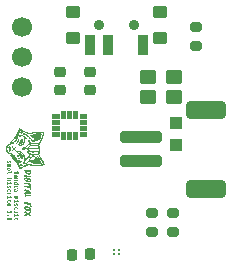
<source format=gts>
%TF.GenerationSoftware,KiCad,Pcbnew,9.0.4*%
%TF.CreationDate,2025-08-25T23:49:45+01:00*%
%TF.ProjectId,smol-slime-xiao,736d6f6c-2d73-46c6-996d-652d7869616f,1.0*%
%TF.SameCoordinates,Original*%
%TF.FileFunction,Soldermask,Top*%
%TF.FilePolarity,Negative*%
%FSLAX46Y46*%
G04 Gerber Fmt 4.6, Leading zero omitted, Abs format (unit mm)*
G04 Created by KiCad (PCBNEW 9.0.4) date 2025-08-25 23:49:45*
%MOMM*%
%LPD*%
G01*
G04 APERTURE LIST*
G04 Aperture macros list*
%AMRoundRect*
0 Rectangle with rounded corners*
0 $1 Rounding radius*
0 $2 $3 $4 $5 $6 $7 $8 $9 X,Y pos of 4 corners*
0 Add a 4 corners polygon primitive as box body*
4,1,4,$2,$3,$4,$5,$6,$7,$8,$9,$2,$3,0*
0 Add four circle primitives for the rounded corners*
1,1,$1+$1,$2,$3*
1,1,$1+$1,$4,$5*
1,1,$1+$1,$6,$7*
1,1,$1+$1,$8,$9*
0 Add four rect primitives between the rounded corners*
20,1,$1+$1,$2,$3,$4,$5,0*
20,1,$1+$1,$4,$5,$6,$7,0*
20,1,$1+$1,$6,$7,$8,$9,0*
20,1,$1+$1,$8,$9,$2,$3,0*%
G04 Aperture macros list end*
%ADD10C,0.060000*%
%ADD11C,0.000000*%
%ADD12C,0.010000*%
%ADD13C,1.700000*%
%ADD14RoundRect,0.200000X-0.275000X0.200000X-0.275000X-0.200000X0.275000X-0.200000X0.275000X0.200000X0*%
%ADD15R,1.000000X1.000000*%
%ADD16RoundRect,0.375000X1.325000X-0.375000X1.325000X0.375000X-1.325000X0.375000X-1.325000X-0.375000X0*%
%ADD17RoundRect,0.208333X1.541667X-0.291667X1.541667X0.291667X-1.541667X0.291667X-1.541667X-0.291667X0*%
%ADD18C,0.240000*%
%ADD19RoundRect,0.250000X0.450000X0.350000X-0.450000X0.350000X-0.450000X-0.350000X0.450000X-0.350000X0*%
%ADD20RoundRect,0.225000X-0.225000X-0.250000X0.225000X-0.250000X0.225000X0.250000X-0.225000X0.250000X0*%
%ADD21C,0.900000*%
%ADD22RoundRect,0.102000X0.350000X0.750000X-0.350000X0.750000X-0.350000X-0.750000X0.350000X-0.750000X0*%
%ADD23RoundRect,0.102000X0.500000X0.400000X-0.500000X0.400000X-0.500000X-0.400000X0.500000X-0.400000X0*%
%ADD24RoundRect,0.225000X-0.250000X0.225000X-0.250000X-0.225000X0.250000X-0.225000X0.250000X0.225000X0*%
G04 APERTURE END LIST*
D10*
G36*
X141449269Y-102167968D02*
G01*
X141428184Y-102166024D01*
X141409231Y-102160359D01*
X141391973Y-102151000D01*
X141376882Y-102138366D01*
X141363913Y-102122328D01*
X141353013Y-102102380D01*
X141345459Y-102080832D01*
X141340655Y-102055665D01*
X141338951Y-102026256D01*
X141340736Y-101993597D01*
X141345704Y-101966358D01*
X141353398Y-101943698D01*
X141364134Y-101922184D01*
X141376087Y-101903917D01*
X141389216Y-101888539D01*
X141435442Y-101930256D01*
X141420486Y-101950657D01*
X141409433Y-101972956D01*
X141402617Y-101997133D01*
X141400265Y-102024225D01*
X141401638Y-102041176D01*
X141405456Y-102054963D01*
X141411442Y-102066198D01*
X141419946Y-102075155D01*
X141430260Y-102080447D01*
X141442986Y-102082291D01*
X141455077Y-102080718D01*
X141464859Y-102076245D01*
X141472885Y-102068827D01*
X141482633Y-102052145D01*
X141494747Y-102018968D01*
X141509329Y-101978811D01*
X141524029Y-101950793D01*
X141538601Y-101932137D01*
X141552011Y-101920952D01*
X141567067Y-101912982D01*
X141584096Y-101908086D01*
X141603548Y-101906384D01*
X141624219Y-101908440D01*
X141642214Y-101914367D01*
X141658088Y-101924101D01*
X141671767Y-101937029D01*
X141683265Y-101952770D01*
X141692624Y-101971716D01*
X141699172Y-101991965D01*
X141703191Y-102013831D01*
X141704570Y-102037561D01*
X141703178Y-102064350D01*
X141699202Y-102088003D01*
X141692880Y-102108920D01*
X141683892Y-102128792D01*
X141672806Y-102146562D01*
X141659584Y-102162433D01*
X141614854Y-102123495D01*
X141627852Y-102105065D01*
X141636845Y-102085539D01*
X141642224Y-102064948D01*
X141644004Y-102044079D01*
X141642916Y-102028518D01*
X141639926Y-102016070D01*
X141635327Y-102006145D01*
X141628579Y-101998133D01*
X141620256Y-101993454D01*
X141609832Y-101991826D01*
X141599519Y-101993445D01*
X141591239Y-101998110D01*
X141584431Y-102005935D01*
X141577027Y-102019972D01*
X141561597Y-102063185D01*
X141550195Y-102094590D01*
X141537575Y-102119584D01*
X141527267Y-102134294D01*
X141515610Y-102146176D01*
X141502527Y-102155530D01*
X141487956Y-102162195D01*
X141470415Y-102166447D01*
X141449269Y-102167968D01*
G37*
G36*
X141443854Y-102203584D02*
G01*
X141461616Y-102209973D01*
X141476856Y-102220432D01*
X141489982Y-102235395D01*
X141499665Y-102252679D01*
X141507056Y-102273882D01*
X141511860Y-102299777D01*
X141513597Y-102331266D01*
X141513597Y-102367191D01*
X141523641Y-102367191D01*
X141538320Y-102365103D01*
X141549172Y-102359324D01*
X141557184Y-102349790D01*
X141562550Y-102335438D01*
X141564610Y-102314425D01*
X141563803Y-102300761D01*
X141560956Y-102281492D01*
X141556556Y-102261496D01*
X141550526Y-102241314D01*
X141603313Y-102222956D01*
X141611885Y-102249280D01*
X141618124Y-102276855D01*
X141621973Y-102304233D01*
X141623146Y-102326992D01*
X141621310Y-102357415D01*
X141616309Y-102381484D01*
X141608728Y-102400375D01*
X141598890Y-102415063D01*
X141585832Y-102427251D01*
X141570204Y-102436077D01*
X141551479Y-102441622D01*
X141528920Y-102443593D01*
X141424393Y-102443593D01*
X141410461Y-102444815D01*
X141402530Y-102447739D01*
X141396717Y-102452980D01*
X141392230Y-102461182D01*
X141339955Y-102444854D01*
X141343878Y-102422383D01*
X141350385Y-102404997D01*
X141360581Y-102390598D01*
X141375133Y-102379501D01*
X141364036Y-102368435D01*
X141354968Y-102355453D01*
X141347863Y-102340306D01*
X141341953Y-102318956D01*
X141395756Y-102318956D01*
X141397562Y-102331692D01*
X141403407Y-102345820D01*
X141412693Y-102358221D01*
X141425141Y-102367191D01*
X141468375Y-102367191D01*
X141468375Y-102347594D01*
X141466990Y-102325527D01*
X141463384Y-102309786D01*
X141458181Y-102298846D01*
X141450351Y-102290189D01*
X141440635Y-102285063D01*
X141428411Y-102283266D01*
X141418606Y-102284394D01*
X141410755Y-102287559D01*
X141404411Y-102292691D01*
X141398078Y-102303501D01*
X141395756Y-102318956D01*
X141341953Y-102318956D01*
X141341166Y-102316113D01*
X141338951Y-102291558D01*
X141340559Y-102271136D01*
X141345122Y-102253704D01*
X141352412Y-102238738D01*
X141362438Y-102225842D01*
X141374950Y-102215182D01*
X141388972Y-102207608D01*
X141404806Y-102202963D01*
X141422876Y-102201350D01*
X141443854Y-102203584D01*
G37*
G36*
X141347500Y-102520188D02*
G01*
X141614362Y-102520188D01*
X141614362Y-102589538D01*
X141583459Y-102595073D01*
X141601337Y-102613881D01*
X141613336Y-102632772D01*
X141620610Y-102653623D01*
X141623146Y-102677993D01*
X141620653Y-102699879D01*
X141613647Y-102717477D01*
X141602288Y-102731763D01*
X141587265Y-102742265D01*
X141568067Y-102748938D01*
X141543495Y-102751361D01*
X141347500Y-102751361D01*
X141347500Y-102671966D01*
X141520628Y-102671966D01*
X141543299Y-102670313D01*
X141554929Y-102666560D01*
X141560123Y-102662149D01*
X141563391Y-102655669D01*
X141564610Y-102646342D01*
X141562650Y-102634221D01*
X141556553Y-102622342D01*
X141547334Y-102611337D01*
X141534199Y-102599603D01*
X141347500Y-102599603D01*
X141347500Y-102520188D01*
G37*
G36*
X141508930Y-102807884D02*
G01*
X141533170Y-102812225D01*
X141554801Y-102819172D01*
X141575023Y-102829227D01*
X141591577Y-102841449D01*
X141604938Y-102855866D01*
X141614960Y-102872579D01*
X141621044Y-102891328D01*
X141623146Y-102912649D01*
X141621558Y-102930176D01*
X141616940Y-102945889D01*
X141609330Y-102960149D01*
X141598526Y-102973216D01*
X141728698Y-102973216D01*
X141720406Y-103052610D01*
X141347500Y-103052610D01*
X141347500Y-102982256D01*
X141376906Y-102978238D01*
X141362618Y-102965576D01*
X141350128Y-102948831D01*
X141344070Y-102936161D01*
X141342350Y-102929490D01*
X141397252Y-102929490D01*
X141399309Y-102942161D01*
X141405544Y-102953725D01*
X141415066Y-102963829D01*
X141428155Y-102973216D01*
X141543239Y-102973216D01*
X141552617Y-102964460D01*
X141559331Y-102955627D01*
X141563616Y-102945736D01*
X141565102Y-102934021D01*
X141562988Y-102921317D01*
X141556713Y-102910437D01*
X141545632Y-102900853D01*
X141531923Y-102894531D01*
X141511243Y-102890042D01*
X141481177Y-102888286D01*
X141450111Y-102889803D01*
X141430035Y-102893565D01*
X141413768Y-102900310D01*
X141404539Y-102908140D01*
X141399083Y-102918099D01*
X141397252Y-102929490D01*
X141342350Y-102929490D01*
X141340284Y-102921477D01*
X141338951Y-102904357D01*
X141341065Y-102882882D01*
X141347071Y-102864813D01*
X141356796Y-102849455D01*
X141369852Y-102836528D01*
X141386285Y-102825710D01*
X141406676Y-102817034D01*
X141428289Y-102811304D01*
X141453140Y-102807658D01*
X141481690Y-102806370D01*
X141508930Y-102807884D01*
G37*
G36*
X141347500Y-103125208D02*
G01*
X141400778Y-103125208D01*
X141400778Y-103160385D01*
X141561597Y-103160385D01*
X141561597Y-103125208D01*
X141614362Y-103125208D01*
X141614362Y-103220930D01*
X141554309Y-103235505D01*
X141576302Y-103246539D01*
X141593098Y-103258749D01*
X141605557Y-103272071D01*
X141614762Y-103287663D01*
X141620421Y-103305607D01*
X141622398Y-103326482D01*
X141620261Y-103350589D01*
X141614362Y-103370443D01*
X141502783Y-103355633D01*
X141502783Y-103305880D01*
X141552044Y-103305880D01*
X141547666Y-103291696D01*
X141539662Y-103278543D01*
X141527531Y-103266151D01*
X141513232Y-103255876D01*
X141496546Y-103247065D01*
X141477159Y-103239779D01*
X141400778Y-103239779D01*
X141400778Y-103292545D01*
X141347500Y-103292545D01*
X141347500Y-103125208D01*
G37*
G36*
X141443854Y-103408581D02*
G01*
X141461616Y-103414969D01*
X141476856Y-103425429D01*
X141489982Y-103440391D01*
X141499665Y-103457675D01*
X141507056Y-103478879D01*
X141511860Y-103504774D01*
X141513597Y-103536263D01*
X141513597Y-103572188D01*
X141523641Y-103572188D01*
X141538320Y-103570100D01*
X141549172Y-103564320D01*
X141557184Y-103554787D01*
X141562550Y-103540434D01*
X141564610Y-103519422D01*
X141563803Y-103505757D01*
X141560956Y-103486489D01*
X141556556Y-103466492D01*
X141550526Y-103446311D01*
X141603313Y-103427953D01*
X141611885Y-103454277D01*
X141618124Y-103481851D01*
X141621973Y-103509230D01*
X141623146Y-103531988D01*
X141621310Y-103562411D01*
X141616309Y-103586480D01*
X141608728Y-103605371D01*
X141598890Y-103620059D01*
X141585832Y-103632247D01*
X141570204Y-103641074D01*
X141551479Y-103646618D01*
X141528920Y-103648590D01*
X141424393Y-103648590D01*
X141410461Y-103649812D01*
X141402530Y-103652736D01*
X141396717Y-103657977D01*
X141392230Y-103666178D01*
X141339955Y-103649851D01*
X141343878Y-103627380D01*
X141350385Y-103609993D01*
X141360581Y-103595594D01*
X141375133Y-103584497D01*
X141364036Y-103573431D01*
X141354968Y-103560449D01*
X141347863Y-103545303D01*
X141341953Y-103523953D01*
X141395756Y-103523953D01*
X141397562Y-103536689D01*
X141403407Y-103550816D01*
X141412693Y-103563218D01*
X141425141Y-103572188D01*
X141468375Y-103572188D01*
X141468375Y-103552590D01*
X141466990Y-103530524D01*
X141463384Y-103514783D01*
X141458181Y-103503842D01*
X141450351Y-103495186D01*
X141440635Y-103490060D01*
X141428411Y-103488263D01*
X141418606Y-103489390D01*
X141410755Y-103492556D01*
X141404411Y-103497687D01*
X141398078Y-103508498D01*
X141395756Y-103523953D01*
X141341953Y-103523953D01*
X141341166Y-103521109D01*
X141338951Y-103496555D01*
X141340559Y-103476133D01*
X141345122Y-103458700D01*
X141352412Y-103443735D01*
X141362438Y-103430838D01*
X141374950Y-103420179D01*
X141388972Y-103412604D01*
X141404806Y-103407960D01*
X141422876Y-103406347D01*
X141443854Y-103408581D01*
G37*
G36*
X141695787Y-104129721D02*
G01*
X141693703Y-104164802D01*
X141687730Y-104195929D01*
X141680874Y-104215308D01*
X141671693Y-104231397D01*
X141660225Y-104244677D01*
X141646206Y-104254644D01*
X141628728Y-104260896D01*
X141606818Y-104263141D01*
X141586850Y-104260876D01*
X141570540Y-104254471D01*
X141557066Y-104244036D01*
X141545974Y-104230534D01*
X141537641Y-104215702D01*
X141531933Y-104199327D01*
X141527553Y-104217671D01*
X141520243Y-104236128D01*
X141509529Y-104252722D01*
X141494491Y-104266283D01*
X141482544Y-104272670D01*
X141467783Y-104276756D01*
X141449526Y-104278230D01*
X141429695Y-104276816D01*
X141413221Y-104272864D01*
X141399517Y-104266668D01*
X141387210Y-104257992D01*
X141376875Y-104247490D01*
X141368358Y-104234995D01*
X141358810Y-104213850D01*
X141352265Y-104189133D01*
X141348715Y-104162992D01*
X141347500Y-104134999D01*
X141347500Y-104132221D01*
X141407553Y-104132221D01*
X141408427Y-104147989D01*
X141410951Y-104162248D01*
X141416030Y-104174989D01*
X141424137Y-104184730D01*
X141431172Y-104189248D01*
X141440500Y-104192191D01*
X141452796Y-104193279D01*
X141470455Y-104191249D01*
X141482689Y-104185876D01*
X141490986Y-104177571D01*
X141496602Y-104166620D01*
X141500227Y-104152903D01*
X141501543Y-104135747D01*
X141501543Y-104129721D01*
X141556810Y-104129721D01*
X141558130Y-104147299D01*
X141561572Y-104159715D01*
X141566598Y-104168274D01*
X141573986Y-104174607D01*
X141584294Y-104178697D01*
X141598526Y-104180221D01*
X141611611Y-104178617D01*
X141621242Y-104174244D01*
X141628296Y-104167270D01*
X141633019Y-104158136D01*
X141636252Y-104145180D01*
X141637486Y-104127199D01*
X141637486Y-104101810D01*
X141556810Y-104101810D01*
X141556810Y-104129721D01*
X141501543Y-104129721D01*
X141501543Y-104101810D01*
X141407553Y-104101810D01*
X141407553Y-104132221D01*
X141347500Y-104132221D01*
X141347500Y-104019402D01*
X141695787Y-104019402D01*
X141695787Y-104129721D01*
G37*
G36*
X141754066Y-104442767D02*
G01*
X141752566Y-104455976D01*
X141748283Y-104467036D01*
X141741243Y-104476426D01*
X141732023Y-104483684D01*
X141721524Y-104488014D01*
X141709336Y-104489506D01*
X141697158Y-104488017D01*
X141686612Y-104483690D01*
X141677301Y-104476426D01*
X141670198Y-104467028D01*
X141665881Y-104455968D01*
X141664371Y-104442767D01*
X141665885Y-104429390D01*
X141670206Y-104418205D01*
X141677301Y-104408722D01*
X141686620Y-104401395D01*
X141697165Y-104397035D01*
X141709336Y-104395536D01*
X141721516Y-104397039D01*
X141732016Y-104401401D01*
X141741243Y-104408722D01*
X141748275Y-104418198D01*
X141752563Y-104429383D01*
X141754066Y-104442767D01*
G37*
G36*
X141614362Y-104490767D02*
G01*
X141401782Y-104490767D01*
X141401782Y-104558620D01*
X141347500Y-104558620D01*
X141347500Y-104335718D01*
X141401782Y-104335718D01*
X141401782Y-104411372D01*
X141560079Y-104411372D01*
X141560079Y-104338240D01*
X141614362Y-104338240D01*
X141614362Y-104490767D01*
G37*
G36*
X141395756Y-104735980D02*
G01*
X141397477Y-104754690D01*
X141402018Y-104768016D01*
X141407061Y-104774933D01*
X141413217Y-104778855D01*
X141420867Y-104780197D01*
X141428842Y-104778965D01*
X141435186Y-104775432D01*
X141440358Y-104769258D01*
X141446256Y-104757095D01*
X141458822Y-104716874D01*
X141466681Y-104692980D01*
X141476106Y-104673289D01*
X141486947Y-104657206D01*
X141496924Y-104647351D01*
X141508911Y-104640247D01*
X141523316Y-104635794D01*
X141540738Y-104634210D01*
X141557827Y-104636076D01*
X141573098Y-104641537D01*
X141586989Y-104650681D01*
X141599766Y-104663981D01*
X141609370Y-104679257D01*
X141616675Y-104698166D01*
X141621425Y-104721460D01*
X141623146Y-104750043D01*
X141622039Y-104773738D01*
X141618905Y-104794337D01*
X141613978Y-104812233D01*
X141603352Y-104837420D01*
X141590747Y-104858096D01*
X141544008Y-104826445D01*
X141553245Y-104809290D01*
X141560464Y-104790755D01*
X141565093Y-104771520D01*
X141566619Y-104752308D01*
X141564796Y-104732969D01*
X141560384Y-104721846D01*
X141554233Y-104716045D01*
X141546017Y-104714118D01*
X141539710Y-104715335D01*
X141534327Y-104719012D01*
X141529855Y-104725210D01*
X141524282Y-104737476D01*
X141511588Y-104777184D01*
X141503483Y-104802068D01*
X141494747Y-104822277D01*
X141483409Y-104839555D01*
X141469230Y-104852069D01*
X141458117Y-104857694D01*
X141444305Y-104861315D01*
X141427150Y-104862626D01*
X141408374Y-104860610D01*
X141392276Y-104854814D01*
X141378274Y-104845273D01*
X141366457Y-104832759D01*
X141356610Y-104817571D01*
X141348739Y-104799303D01*
X141341472Y-104769753D01*
X141338951Y-104736493D01*
X141340267Y-104710859D01*
X141344024Y-104688195D01*
X141350000Y-104668127D01*
X141363074Y-104640256D01*
X141379172Y-104617626D01*
X141423880Y-104657591D01*
X141412927Y-104674039D01*
X141403791Y-104692896D01*
X141397810Y-104713287D01*
X141395756Y-104735980D01*
G37*
G36*
X141401526Y-105071659D02*
G01*
X141403142Y-105087577D01*
X141407937Y-105102433D01*
X141415153Y-105116666D01*
X141424393Y-105131199D01*
X141374128Y-105166632D01*
X141360565Y-105147556D01*
X141348995Y-105123783D01*
X141343511Y-105106685D01*
X141340121Y-105087966D01*
X141338951Y-105067384D01*
X141341056Y-105039192D01*
X141347055Y-105014775D01*
X141356668Y-104993504D01*
X141370056Y-104974442D01*
X141386374Y-104958705D01*
X141405907Y-104946017D01*
X141427508Y-104936982D01*
X141451763Y-104931382D01*
X141479168Y-104929433D01*
X141506560Y-104931405D01*
X141531160Y-104937110D01*
X141553411Y-104946380D01*
X141573637Y-104959344D01*
X141590586Y-104975345D01*
X141604553Y-104994637D01*
X141614674Y-105016206D01*
X141620952Y-105040756D01*
X141623146Y-105068902D01*
X141620940Y-105098271D01*
X141614726Y-105123035D01*
X141604321Y-105145736D01*
X141589743Y-105166632D01*
X141541999Y-105132225D01*
X141550500Y-105118211D01*
X141556810Y-105103566D01*
X141560761Y-105088224D01*
X141562088Y-105072150D01*
X141559900Y-105055093D01*
X141553612Y-105040873D01*
X141543111Y-105028809D01*
X141529381Y-105020411D01*
X141508881Y-105014604D01*
X141479168Y-105012353D01*
X141451485Y-105014539D01*
X141432792Y-105020132D01*
X141417981Y-105029620D01*
X141408685Y-105041375D01*
X141403361Y-105055480D01*
X141401526Y-105071659D01*
G37*
G36*
X141614362Y-105310846D02*
G01*
X141431681Y-105310846D01*
X141414223Y-105312959D01*
X141405052Y-105318005D01*
X141399696Y-105326281D01*
X141397765Y-105337966D01*
X141399629Y-105350034D01*
X141405544Y-105362607D01*
X141414628Y-105373819D01*
X141426659Y-105383209D01*
X141614362Y-105383209D01*
X141614362Y-105462603D01*
X141347500Y-105462603D01*
X141347500Y-105393253D01*
X141378659Y-105389748D01*
X141366659Y-105379757D01*
X141356816Y-105367929D01*
X141348995Y-105354058D01*
X141341457Y-105331420D01*
X141338951Y-105307832D01*
X141340552Y-105288591D01*
X141344995Y-105273036D01*
X141351959Y-105260440D01*
X141361434Y-105250279D01*
X141377425Y-105240142D01*
X141397234Y-105233734D01*
X141421871Y-105231430D01*
X141614362Y-105231430D01*
X141614362Y-105310846D01*
G37*
G36*
X141754066Y-105647763D02*
G01*
X141752566Y-105660972D01*
X141748283Y-105672032D01*
X141741243Y-105681423D01*
X141732023Y-105688681D01*
X141721524Y-105693010D01*
X141709336Y-105694502D01*
X141697158Y-105693014D01*
X141686612Y-105688687D01*
X141677301Y-105681423D01*
X141670198Y-105672024D01*
X141665881Y-105660965D01*
X141664371Y-105647763D01*
X141665885Y-105634387D01*
X141670206Y-105623202D01*
X141677301Y-105613719D01*
X141686620Y-105606391D01*
X141697165Y-105602032D01*
X141709336Y-105600533D01*
X141721516Y-105602035D01*
X141732016Y-105606397D01*
X141741243Y-105613719D01*
X141748275Y-105623194D01*
X141752563Y-105634379D01*
X141754066Y-105647763D01*
G37*
G36*
X141614362Y-105695763D02*
G01*
X141401782Y-105695763D01*
X141401782Y-105763617D01*
X141347500Y-105763617D01*
X141347500Y-105540715D01*
X141401782Y-105540715D01*
X141401782Y-105616369D01*
X141560079Y-105616369D01*
X141560079Y-105543237D01*
X141614362Y-105543237D01*
X141614362Y-105695763D01*
G37*
G36*
X141363079Y-106074162D02*
G01*
X141354038Y-106057497D01*
X141346004Y-106036464D01*
X141340793Y-106013512D01*
X141338951Y-105986711D01*
X141340901Y-105960448D01*
X141346275Y-105939373D01*
X141354592Y-105922494D01*
X141365708Y-105909048D01*
X141379769Y-105898270D01*
X141396247Y-105890391D01*
X141415606Y-105885435D01*
X141438456Y-105883681D01*
X141559588Y-105883681D01*
X141559588Y-105827645D01*
X141614362Y-105827645D01*
X141614362Y-105883681D01*
X141672150Y-105883681D01*
X141681703Y-105963096D01*
X141614362Y-105963096D01*
X141614362Y-106049030D01*
X141559588Y-106041229D01*
X141559588Y-105963096D01*
X141438456Y-105963096D01*
X141425520Y-105964290D01*
X141416383Y-105967429D01*
X141410053Y-105972136D01*
X141405616Y-105978717D01*
X141402650Y-105988042D01*
X141401526Y-106001030D01*
X141402402Y-106014749D01*
X141404903Y-106026782D01*
X141408842Y-106038045D01*
X141413579Y-106047769D01*
X141363079Y-106074162D01*
G37*
G36*
X140807756Y-101120990D02*
G01*
X140809477Y-101139700D01*
X140814018Y-101153026D01*
X140819061Y-101159943D01*
X140825217Y-101163865D01*
X140832867Y-101165207D01*
X140840842Y-101163975D01*
X140847186Y-101160441D01*
X140852358Y-101154268D01*
X140858256Y-101142105D01*
X140870822Y-101101884D01*
X140878681Y-101077990D01*
X140888106Y-101058299D01*
X140898947Y-101042216D01*
X140908924Y-101032361D01*
X140920911Y-101025257D01*
X140935316Y-101020804D01*
X140952738Y-101019220D01*
X140969827Y-101021086D01*
X140985098Y-101026547D01*
X140998989Y-101035691D01*
X141011766Y-101048990D01*
X141021370Y-101064267D01*
X141028675Y-101083176D01*
X141033425Y-101106470D01*
X141035146Y-101135052D01*
X141034039Y-101158748D01*
X141030905Y-101179347D01*
X141025978Y-101197243D01*
X141015352Y-101222430D01*
X141002747Y-101243105D01*
X140956008Y-101211455D01*
X140965245Y-101194300D01*
X140972464Y-101175765D01*
X140977093Y-101156530D01*
X140978619Y-101137318D01*
X140976796Y-101117979D01*
X140972384Y-101106856D01*
X140966233Y-101101055D01*
X140958017Y-101099127D01*
X140951710Y-101100345D01*
X140946327Y-101104021D01*
X140941855Y-101110220D01*
X140936282Y-101122486D01*
X140923588Y-101162194D01*
X140915483Y-101187078D01*
X140906747Y-101207287D01*
X140895409Y-101224565D01*
X140881230Y-101237079D01*
X140870117Y-101242704D01*
X140856305Y-101246325D01*
X140839150Y-101247636D01*
X140820374Y-101245620D01*
X140804276Y-101239824D01*
X140790274Y-101230283D01*
X140778457Y-101217769D01*
X140768610Y-101202581D01*
X140760739Y-101184313D01*
X140753472Y-101154763D01*
X140750951Y-101121503D01*
X140752267Y-101095869D01*
X140756024Y-101073205D01*
X140762000Y-101053136D01*
X140775074Y-101025265D01*
X140791172Y-101002636D01*
X140835880Y-101042600D01*
X140824927Y-101059049D01*
X140815791Y-101077906D01*
X140809810Y-101098296D01*
X140807756Y-101120990D01*
G37*
G36*
X141035146Y-101512447D02*
G01*
X141032900Y-101530466D01*
X141026696Y-101544136D01*
X141016681Y-101554527D01*
X141003554Y-101561515D01*
X140984347Y-101566358D01*
X140957013Y-101568226D01*
X140759500Y-101568226D01*
X140759500Y-101500137D01*
X140947951Y-101500137D01*
X140960970Y-101499329D01*
X140967805Y-101497487D01*
X140972051Y-101493683D01*
X140973597Y-101486823D01*
X140972726Y-101480599D01*
X140969942Y-101473872D01*
X140965177Y-101467391D01*
X140956243Y-101459169D01*
X140759500Y-101459169D01*
X140759500Y-101403390D01*
X140947951Y-101403390D01*
X140960970Y-101402582D01*
X140967805Y-101400740D01*
X140972051Y-101396935D01*
X140973597Y-101390076D01*
X140972726Y-101383852D01*
X140969942Y-101377125D01*
X140965176Y-101370647D01*
X140956243Y-101362443D01*
X140759500Y-101362443D01*
X140759500Y-101293328D01*
X141026362Y-101293328D01*
X141026362Y-101351629D01*
X141000482Y-101356907D01*
X141016009Y-101370051D01*
X141026341Y-101382275D01*
X141032876Y-101396055D01*
X141035146Y-101412686D01*
X141033160Y-101426893D01*
X141027474Y-101438439D01*
X141018045Y-101447334D01*
X141003495Y-101453655D01*
X141016355Y-101466476D01*
X141026341Y-101480284D01*
X141032927Y-101495548D01*
X141035146Y-101512447D01*
G37*
G36*
X140921145Y-101604206D02*
G01*
X140945770Y-101609440D01*
X140967549Y-101617829D01*
X140987442Y-101629766D01*
X141003908Y-101644524D01*
X141017301Y-101662303D01*
X141026999Y-101682357D01*
X141033031Y-101705393D01*
X141035146Y-101732037D01*
X141033048Y-101759027D01*
X141027089Y-101782171D01*
X141017557Y-101802135D01*
X141004314Y-101819825D01*
X140987978Y-101834497D01*
X140968190Y-101846352D01*
X140946497Y-101854670D01*
X140921837Y-101859874D01*
X140893690Y-101861696D01*
X140860261Y-101859292D01*
X140832235Y-101852543D01*
X140808687Y-101841911D01*
X140788885Y-101827524D01*
X140775518Y-101813144D01*
X140765071Y-101796749D01*
X140757421Y-101778051D01*
X140752632Y-101756645D01*
X140750951Y-101732037D01*
X140809252Y-101732037D01*
X140811550Y-101747148D01*
X140818073Y-101758885D01*
X140829106Y-101768090D01*
X140842982Y-101773969D01*
X140863742Y-101778149D01*
X140893690Y-101779780D01*
X140922575Y-101778167D01*
X140942902Y-101774003D01*
X140956756Y-101768090D01*
X140967789Y-101758885D01*
X140974312Y-101747148D01*
X140976610Y-101732037D01*
X140974300Y-101716923D01*
X140967739Y-101705178D01*
X140956628Y-101695962D01*
X140942692Y-101690062D01*
X140922241Y-101685905D01*
X140893177Y-101684294D01*
X140863586Y-101685916D01*
X140842973Y-101690083D01*
X140829106Y-101695962D01*
X140818074Y-101705168D01*
X140811551Y-101716912D01*
X140809252Y-101732037D01*
X140750951Y-101732037D01*
X140752614Y-101707401D01*
X140757350Y-101685981D01*
X140764909Y-101667283D01*
X140775220Y-101650903D01*
X140788393Y-101636550D01*
X140807944Y-101622199D01*
X140831377Y-101611566D01*
X140859462Y-101604796D01*
X140893177Y-101602378D01*
X140921145Y-101604206D01*
G37*
G36*
X141132406Y-102056901D02*
G01*
X140843424Y-102056901D01*
X140833136Y-102058065D01*
X140825719Y-102061191D01*
X140820429Y-102066070D01*
X140815407Y-102076415D01*
X140813526Y-102091330D01*
X140815898Y-102111184D01*
X140821562Y-102129029D01*
X140768540Y-102148114D01*
X140762159Y-102133719D01*
X140756230Y-102115437D01*
X140752358Y-102095497D01*
X140750951Y-102070964D01*
X140752946Y-102046946D01*
X140758457Y-102027730D01*
X140767055Y-102012353D01*
X140778712Y-102000118D01*
X140793078Y-101990600D01*
X140809957Y-101983556D01*
X140829816Y-101979092D01*
X140853234Y-101977507D01*
X141078123Y-101977507D01*
X141078123Y-101898840D01*
X141132406Y-101898840D01*
X141132406Y-102056901D01*
G37*
G36*
X140865779Y-102225734D02*
G01*
X140927606Y-102225734D01*
X140927606Y-102443336D01*
X140865779Y-102443336D01*
X140865779Y-102225734D01*
G37*
G36*
X141140698Y-102599603D02*
G01*
X140998964Y-102599603D01*
X141013895Y-102613504D01*
X141025336Y-102629864D01*
X141032690Y-102648230D01*
X141035146Y-102667948D01*
X141033457Y-102688372D01*
X141028686Y-102705574D01*
X141021079Y-102720145D01*
X141010604Y-102732519D01*
X140996955Y-102742940D01*
X140977691Y-102752622D01*
X140954541Y-102759985D01*
X140926808Y-102764741D01*
X140893690Y-102766448D01*
X140866410Y-102765007D01*
X140842025Y-102760869D01*
X140820172Y-102754245D01*
X140799731Y-102744557D01*
X140782974Y-102732549D01*
X140769416Y-102718192D01*
X140759317Y-102701432D01*
X140753117Y-102682133D01*
X140750951Y-102659656D01*
X140753078Y-102639400D01*
X140753290Y-102638798D01*
X140808760Y-102638798D01*
X140810898Y-102651824D01*
X140817194Y-102662777D01*
X140828229Y-102672222D01*
X140841919Y-102678408D01*
X140862598Y-102682809D01*
X140892685Y-102684532D01*
X140923976Y-102683049D01*
X140944062Y-102679382D01*
X140960306Y-102672703D01*
X140969451Y-102664806D01*
X140974793Y-102654679D01*
X140976610Y-102642815D01*
X140974541Y-102630203D01*
X140968318Y-102618944D01*
X140958842Y-102609107D01*
X140945707Y-102599603D01*
X140833123Y-102599603D01*
X140822435Y-102607806D01*
X140815022Y-102616422D01*
X140810387Y-102626447D01*
X140808760Y-102638798D01*
X140753290Y-102638798D01*
X140759192Y-102621999D01*
X140769240Y-102606842D01*
X140783628Y-102593555D01*
X140759500Y-102590541D01*
X140759500Y-102520187D01*
X141132406Y-102520187D01*
X141140698Y-102599603D01*
G37*
G36*
X141166066Y-102936521D02*
G01*
X141164566Y-102949730D01*
X141160283Y-102960789D01*
X141153243Y-102970180D01*
X141144023Y-102977438D01*
X141133524Y-102981767D01*
X141121336Y-102983259D01*
X141109158Y-102981771D01*
X141098612Y-102977444D01*
X141089301Y-102970180D01*
X141082198Y-102960781D01*
X141077881Y-102949722D01*
X141076371Y-102936521D01*
X141077885Y-102923144D01*
X141082206Y-102911959D01*
X141089301Y-102902476D01*
X141098620Y-102895148D01*
X141109165Y-102890789D01*
X141121336Y-102889290D01*
X141133516Y-102890793D01*
X141144016Y-102895155D01*
X141153243Y-102902476D01*
X141160275Y-102911951D01*
X141164563Y-102923136D01*
X141166066Y-102936521D01*
G37*
G36*
X141026362Y-102984520D02*
G01*
X140813782Y-102984520D01*
X140813782Y-103052374D01*
X140759500Y-103052374D01*
X140759500Y-102829472D01*
X140813782Y-102829472D01*
X140813782Y-102905126D01*
X140972079Y-102905126D01*
X140972079Y-102831994D01*
X141026362Y-102831994D01*
X141026362Y-102984520D01*
G37*
G36*
X140807756Y-103229734D02*
G01*
X140809477Y-103248444D01*
X140814018Y-103261770D01*
X140819061Y-103268687D01*
X140825217Y-103272609D01*
X140832867Y-103273951D01*
X140840842Y-103272719D01*
X140847186Y-103269185D01*
X140852358Y-103263012D01*
X140858256Y-103250849D01*
X140870822Y-103210628D01*
X140878681Y-103186734D01*
X140888106Y-103167043D01*
X140898947Y-103150960D01*
X140908924Y-103141105D01*
X140920911Y-103134001D01*
X140935316Y-103129548D01*
X140952738Y-103127964D01*
X140969827Y-103129830D01*
X140985098Y-103135290D01*
X140998989Y-103144435D01*
X141011766Y-103157734D01*
X141021370Y-103173011D01*
X141028675Y-103191919D01*
X141033425Y-103215214D01*
X141035146Y-103243796D01*
X141034039Y-103267492D01*
X141030905Y-103288091D01*
X141025978Y-103305987D01*
X141015352Y-103331174D01*
X141002747Y-103351849D01*
X140956008Y-103320199D01*
X140965245Y-103303043D01*
X140972464Y-103284509D01*
X140977093Y-103265273D01*
X140978619Y-103246062D01*
X140976796Y-103226723D01*
X140972384Y-103215600D01*
X140966233Y-103209798D01*
X140958017Y-103207871D01*
X140951710Y-103209089D01*
X140946327Y-103212765D01*
X140941855Y-103218964D01*
X140936282Y-103231230D01*
X140923588Y-103270938D01*
X140915483Y-103295822D01*
X140906747Y-103316031D01*
X140895409Y-103333309D01*
X140881230Y-103345823D01*
X140870117Y-103351448D01*
X140856305Y-103355069D01*
X140839150Y-103356380D01*
X140820374Y-103354364D01*
X140804276Y-103348568D01*
X140790274Y-103339027D01*
X140778457Y-103326512D01*
X140768610Y-103311325D01*
X140760739Y-103293057D01*
X140753472Y-103263506D01*
X140750951Y-103230247D01*
X140752267Y-103204613D01*
X140756024Y-103181949D01*
X140762000Y-103161880D01*
X140775074Y-103134009D01*
X140791172Y-103111380D01*
X140835880Y-103151344D01*
X140824927Y-103167793D01*
X140815791Y-103186650D01*
X140809810Y-103207040D01*
X140807756Y-103229734D01*
G37*
G36*
X140813526Y-103565412D02*
G01*
X140815142Y-103581331D01*
X140819937Y-103596187D01*
X140827153Y-103610420D01*
X140836393Y-103624953D01*
X140786128Y-103660386D01*
X140772565Y-103641310D01*
X140760995Y-103617537D01*
X140755511Y-103600439D01*
X140752121Y-103581719D01*
X140750951Y-103561138D01*
X140753056Y-103532946D01*
X140759055Y-103508529D01*
X140768668Y-103487258D01*
X140782056Y-103468196D01*
X140798374Y-103452459D01*
X140817907Y-103439771D01*
X140839508Y-103430735D01*
X140863763Y-103425135D01*
X140891168Y-103423187D01*
X140918560Y-103425159D01*
X140943160Y-103430864D01*
X140965411Y-103440134D01*
X140985637Y-103453098D01*
X141002586Y-103469099D01*
X141016553Y-103488390D01*
X141026674Y-103509960D01*
X141032952Y-103534510D01*
X141035146Y-103562655D01*
X141032940Y-103592024D01*
X141026726Y-103616789D01*
X141016321Y-103639489D01*
X141001743Y-103660386D01*
X140953999Y-103625978D01*
X140962500Y-103611965D01*
X140968810Y-103597320D01*
X140972761Y-103581977D01*
X140974088Y-103565904D01*
X140971900Y-103548847D01*
X140965612Y-103534627D01*
X140955111Y-103522563D01*
X140941381Y-103514165D01*
X140920881Y-103508358D01*
X140891168Y-103506107D01*
X140863485Y-103508293D01*
X140844792Y-103513886D01*
X140829981Y-103523373D01*
X140820685Y-103535129D01*
X140815361Y-103549233D01*
X140813526Y-103565412D01*
G37*
G36*
X141026362Y-103804599D02*
G01*
X140843681Y-103804599D01*
X140826223Y-103806712D01*
X140817052Y-103811759D01*
X140811696Y-103820035D01*
X140809765Y-103831719D01*
X140811629Y-103843788D01*
X140817544Y-103856360D01*
X140826628Y-103867573D01*
X140838659Y-103876962D01*
X141026362Y-103876962D01*
X141026362Y-103956357D01*
X140759500Y-103956357D01*
X140759500Y-103887007D01*
X140790659Y-103883502D01*
X140778659Y-103873511D01*
X140768816Y-103861683D01*
X140760995Y-103847812D01*
X140753457Y-103825174D01*
X140750951Y-103801586D01*
X140752552Y-103782345D01*
X140756995Y-103766789D01*
X140763959Y-103754194D01*
X140773434Y-103744033D01*
X140789425Y-103733895D01*
X140809234Y-103727487D01*
X140833871Y-103725184D01*
X141026362Y-103725184D01*
X141026362Y-103804599D01*
G37*
G36*
X141166066Y-104141517D02*
G01*
X141164566Y-104154726D01*
X141160283Y-104165786D01*
X141153243Y-104175177D01*
X141144023Y-104182434D01*
X141133524Y-104186764D01*
X141121336Y-104188256D01*
X141109158Y-104186768D01*
X141098612Y-104182441D01*
X141089301Y-104175177D01*
X141082198Y-104165778D01*
X141077881Y-104154719D01*
X141076371Y-104141517D01*
X141077885Y-104128141D01*
X141082206Y-104116956D01*
X141089301Y-104107473D01*
X141098620Y-104100145D01*
X141109165Y-104095785D01*
X141121336Y-104094287D01*
X141133516Y-104095789D01*
X141144016Y-104100151D01*
X141153243Y-104107473D01*
X141160275Y-104116948D01*
X141164563Y-104128133D01*
X141166066Y-104141517D01*
G37*
G36*
X141026362Y-104189517D02*
G01*
X140813782Y-104189517D01*
X140813782Y-104257371D01*
X140759500Y-104257371D01*
X140759500Y-104034468D01*
X140813782Y-104034468D01*
X140813782Y-104110123D01*
X140972079Y-104110123D01*
X140972079Y-104036990D01*
X141026362Y-104036990D01*
X141026362Y-104189517D01*
G37*
G36*
X140775079Y-104567916D02*
G01*
X140766038Y-104551251D01*
X140758004Y-104530217D01*
X140752793Y-104507266D01*
X140750951Y-104480465D01*
X140752901Y-104454202D01*
X140758275Y-104433126D01*
X140766592Y-104416248D01*
X140777708Y-104402802D01*
X140791769Y-104392024D01*
X140808247Y-104384144D01*
X140827606Y-104379188D01*
X140850456Y-104377434D01*
X140971588Y-104377434D01*
X140971588Y-104321399D01*
X141026362Y-104321399D01*
X141026362Y-104377434D01*
X141084150Y-104377434D01*
X141093703Y-104456850D01*
X141026362Y-104456850D01*
X141026362Y-104542784D01*
X140971588Y-104534983D01*
X140971588Y-104456850D01*
X140850456Y-104456850D01*
X140837520Y-104458043D01*
X140828383Y-104461183D01*
X140822053Y-104465890D01*
X140817616Y-104472471D01*
X140814650Y-104481795D01*
X140813526Y-104494784D01*
X140814402Y-104508502D01*
X140816903Y-104520536D01*
X140820842Y-104531799D01*
X140825579Y-104541523D01*
X140775079Y-104567916D01*
G37*
G36*
X140807756Y-104735980D02*
G01*
X140809477Y-104754690D01*
X140814018Y-104768015D01*
X140819061Y-104774933D01*
X140825217Y-104778855D01*
X140832867Y-104780197D01*
X140840842Y-104778965D01*
X140847186Y-104775431D01*
X140852358Y-104769258D01*
X140858256Y-104757094D01*
X140870822Y-104716874D01*
X140878681Y-104692980D01*
X140888106Y-104673289D01*
X140898947Y-104657205D01*
X140908924Y-104647351D01*
X140920911Y-104640247D01*
X140935316Y-104635794D01*
X140952738Y-104634210D01*
X140969827Y-104636076D01*
X140985098Y-104641536D01*
X140998989Y-104650680D01*
X141011766Y-104663980D01*
X141021370Y-104679256D01*
X141028675Y-104698165D01*
X141033425Y-104721460D01*
X141035146Y-104750042D01*
X141034039Y-104773737D01*
X141030905Y-104794337D01*
X141025978Y-104812232D01*
X141015352Y-104837420D01*
X141002747Y-104858095D01*
X140956008Y-104826444D01*
X140965245Y-104809289D01*
X140972464Y-104790754D01*
X140977093Y-104771519D01*
X140978619Y-104752307D01*
X140976796Y-104732968D01*
X140972384Y-104721845D01*
X140966233Y-104716044D01*
X140958017Y-104714117D01*
X140951710Y-104715335D01*
X140946327Y-104719011D01*
X140941855Y-104725210D01*
X140936282Y-104737476D01*
X140923588Y-104777183D01*
X140915483Y-104802067D01*
X140906747Y-104822277D01*
X140895409Y-104839555D01*
X140881230Y-104852068D01*
X140870117Y-104857694D01*
X140856305Y-104861315D01*
X140839150Y-104862626D01*
X140820374Y-104860610D01*
X140804276Y-104854814D01*
X140790274Y-104845272D01*
X140778457Y-104832758D01*
X140768610Y-104817571D01*
X140760739Y-104799303D01*
X140753472Y-104769752D01*
X140750951Y-104736493D01*
X140752267Y-104710859D01*
X140756024Y-104688194D01*
X140762000Y-104668126D01*
X140775074Y-104640255D01*
X140791172Y-104617626D01*
X140835880Y-104657590D01*
X140824927Y-104674038D01*
X140815791Y-104692895D01*
X140809810Y-104713286D01*
X140807756Y-104735980D01*
G37*
G36*
X140819553Y-105473160D02*
G01*
X140759500Y-105473160D01*
X140759500Y-105246753D01*
X140819553Y-105246753D01*
X140819553Y-105330699D01*
X141029632Y-105330699D01*
X140984902Y-105259062D01*
X141039420Y-105225403D01*
X141107787Y-105337730D01*
X141107787Y-105408084D01*
X140819553Y-105408084D01*
X140819553Y-105473160D01*
G37*
G36*
X140806986Y-105592240D02*
G01*
X140821718Y-105594138D01*
X140835004Y-105599763D01*
X140846424Y-105608613D01*
X140855350Y-105620130D01*
X140861092Y-105633534D01*
X140863022Y-105648276D01*
X140861080Y-105663217D01*
X140855350Y-105676528D01*
X140846433Y-105687940D01*
X140835004Y-105696767D01*
X140821716Y-105702408D01*
X140806986Y-105704311D01*
X140792459Y-105702419D01*
X140779097Y-105696767D01*
X140767562Y-105687931D01*
X140758623Y-105676528D01*
X140752893Y-105663217D01*
X140750951Y-105648276D01*
X140752881Y-105633534D01*
X140758623Y-105620130D01*
X140767572Y-105608622D01*
X140779097Y-105599763D01*
X140792458Y-105594127D01*
X140806986Y-105592240D01*
G37*
G36*
X140978217Y-105825944D02*
G01*
X141014388Y-105832361D01*
X141044117Y-105842233D01*
X141068442Y-105855149D01*
X141085792Y-105869042D01*
X141099032Y-105885068D01*
X141108568Y-105903486D01*
X141114492Y-105924761D01*
X141116570Y-105949525D01*
X141114501Y-105974054D01*
X141108596Y-105995199D01*
X141099071Y-106013576D01*
X141085825Y-106029634D01*
X141068442Y-106043622D01*
X141044099Y-106056660D01*
X141014364Y-106066618D01*
X140978199Y-106073087D01*
X140934402Y-106075423D01*
X140890487Y-106073092D01*
X140854137Y-106066629D01*
X140824172Y-106056671D01*
X140799571Y-106043622D01*
X140781984Y-106029608D01*
X140768601Y-106013534D01*
X140758990Y-105995156D01*
X140753036Y-105974025D01*
X140750951Y-105949525D01*
X140808247Y-105949525D01*
X140809642Y-105960894D01*
X140813647Y-105970425D01*
X140820301Y-105978547D01*
X140829038Y-105984767D01*
X140841901Y-105990343D01*
X140860137Y-105995003D01*
X140890231Y-105998788D01*
X140934402Y-106000281D01*
X140983150Y-105999021D01*
X140817544Y-105918857D01*
X140813098Y-105924894D01*
X140810256Y-105932043D01*
X140808247Y-105949525D01*
X140750951Y-105949525D01*
X140753046Y-105924790D01*
X140759018Y-105903530D01*
X140760200Y-105901268D01*
X140864539Y-105901268D01*
X141042198Y-105986198D01*
X141050385Y-105979296D01*
X141055363Y-105971238D01*
X141058035Y-105961752D01*
X141059018Y-105949525D01*
X141057268Y-105937206D01*
X141052194Y-105926888D01*
X141043553Y-105918056D01*
X141030487Y-105910565D01*
X141010772Y-105904484D01*
X140980013Y-105900023D01*
X140934402Y-105898255D01*
X140895057Y-105899003D01*
X140864539Y-105901268D01*
X140760200Y-105901268D01*
X140768640Y-105885110D01*
X140782017Y-105869068D01*
X140799571Y-105855149D01*
X140824154Y-105842222D01*
X140854113Y-105832350D01*
X140890469Y-105825939D01*
X140934402Y-105823627D01*
X140978217Y-105825944D01*
G37*
D11*
%TO.C,LogoHead*%
G36*
X141463530Y-99842690D02*
G01*
X141476316Y-99849987D01*
X141487585Y-99865794D01*
X141490272Y-99882845D01*
X141485734Y-99899058D01*
X141475329Y-99912350D01*
X141460412Y-99920639D01*
X141442341Y-99921842D01*
X141431531Y-99918721D01*
X141416921Y-99907340D01*
X141408497Y-99889843D01*
X141407697Y-99870847D01*
X141414811Y-99855883D01*
X141428587Y-99845564D01*
X141445876Y-99840847D01*
X141463530Y-99842690D01*
G37*
G36*
X141483776Y-100090120D02*
G01*
X141488467Y-100094457D01*
X141498720Y-100106545D01*
X141501883Y-100116767D01*
X141500834Y-100124589D01*
X141491869Y-100143524D01*
X141477464Y-100155198D01*
X141460016Y-100158836D01*
X141441922Y-100153665D01*
X141432462Y-100146689D01*
X141421506Y-100130300D01*
X141420372Y-100112353D01*
X141429066Y-100094972D01*
X141432267Y-100091467D01*
X141448799Y-100080606D01*
X141466062Y-100080162D01*
X141483776Y-100090120D01*
G37*
G36*
X141202388Y-99802394D02*
G01*
X141223458Y-99813945D01*
X141228655Y-99818683D01*
X141240376Y-99832428D01*
X141245542Y-99845503D01*
X141246472Y-99858246D01*
X141242962Y-99884638D01*
X141231910Y-99904169D01*
X141212528Y-99917856D01*
X141195763Y-99923916D01*
X141180019Y-99923741D01*
X141161709Y-99917028D01*
X141144706Y-99905508D01*
X141137305Y-99897740D01*
X141127847Y-99878146D01*
X141126104Y-99855874D01*
X141132050Y-99834876D01*
X141137761Y-99826251D01*
X141158028Y-99808673D01*
X141180074Y-99800678D01*
X141202388Y-99802394D01*
G37*
G36*
X141546414Y-99477769D02*
G01*
X141566965Y-99487624D01*
X141584814Y-99504472D01*
X141596475Y-99524856D01*
X141597627Y-99528558D01*
X141599136Y-99552611D01*
X141591737Y-99575151D01*
X141576977Y-99593926D01*
X141556402Y-99606684D01*
X141541300Y-99610598D01*
X141516808Y-99609307D01*
X141495972Y-99599766D01*
X141479961Y-99583905D01*
X141469942Y-99563654D01*
X141467085Y-99540945D01*
X141472558Y-99517708D01*
X141478529Y-99506871D01*
X141493693Y-99491662D01*
X141513802Y-99481025D01*
X141534889Y-99476659D01*
X141546414Y-99477769D01*
G37*
G36*
X141215362Y-100095939D02*
G01*
X141228094Y-100102286D01*
X141239136Y-100112143D01*
X141250827Y-100125830D01*
X141255996Y-100138845D01*
X141256953Y-100151946D01*
X141252631Y-100176040D01*
X141240925Y-100195046D01*
X141223724Y-100207680D01*
X141202919Y-100212654D01*
X141180400Y-100208682D01*
X141176250Y-100206890D01*
X141156437Y-100192207D01*
X141144803Y-100171186D01*
X141141665Y-100149085D01*
X141143944Y-100133753D01*
X141152194Y-100120033D01*
X141159482Y-100112143D01*
X141173164Y-100100454D01*
X141186173Y-100095285D01*
X141199309Y-100094325D01*
X141215362Y-100095939D01*
G37*
G36*
X141770879Y-100738395D02*
G01*
X141792081Y-100751177D01*
X141808375Y-100769830D01*
X141817523Y-100792167D01*
X141818719Y-100803712D01*
X141814402Y-100828552D01*
X141802739Y-100848565D01*
X141785661Y-100863271D01*
X141765100Y-100872189D01*
X141742987Y-100874840D01*
X141721255Y-100870743D01*
X141701835Y-100859417D01*
X141686658Y-100840383D01*
X141684932Y-100836972D01*
X141677080Y-100811435D01*
X141679173Y-100787839D01*
X141686634Y-100771593D01*
X141702294Y-100753294D01*
X141722448Y-100739945D01*
X141743469Y-100733826D01*
X141747008Y-100733668D01*
X141770879Y-100738395D01*
G37*
G36*
X141730537Y-99169000D02*
G01*
X141745687Y-99174447D01*
X141748063Y-99175534D01*
X141768220Y-99190207D01*
X141780951Y-99210071D01*
X141786161Y-99232828D01*
X141783758Y-99256182D01*
X141773650Y-99277837D01*
X141755743Y-99295494D01*
X141752985Y-99297286D01*
X141729721Y-99306598D01*
X141707112Y-99306882D01*
X141686504Y-99299570D01*
X141669247Y-99286090D01*
X141656687Y-99267874D01*
X141650171Y-99246351D01*
X141651048Y-99222951D01*
X141660595Y-99199219D01*
X141675517Y-99183222D01*
X141696090Y-99171535D01*
X141717618Y-99166791D01*
X141718454Y-99166783D01*
X141730537Y-99169000D01*
G37*
G36*
X141575971Y-100385026D02*
G01*
X141589720Y-100390651D01*
X141590700Y-100391128D01*
X141611030Y-100406688D01*
X141620435Y-100420863D01*
X141626365Y-100435031D01*
X141627146Y-100445961D01*
X141623159Y-100459319D01*
X141623051Y-100459603D01*
X141610513Y-100480523D01*
X141592885Y-100494294D01*
X141572410Y-100500325D01*
X141551326Y-100498026D01*
X141531874Y-100486804D01*
X141529274Y-100484353D01*
X141514545Y-100463864D01*
X141510054Y-100442498D01*
X141515895Y-100420955D01*
X141519938Y-100414173D01*
X141533640Y-100399627D01*
X141550316Y-100389159D01*
X141551481Y-100388694D01*
X141565129Y-100384491D01*
X141575971Y-100385026D01*
G37*
G36*
X141635359Y-100526648D02*
G01*
X141658588Y-100530037D01*
X141663062Y-100531610D01*
X141688774Y-100546243D01*
X141708613Y-100567153D01*
X141721319Y-100592194D01*
X141725631Y-100619219D01*
X141723783Y-100634991D01*
X141712849Y-100663117D01*
X141695513Y-100684762D01*
X141673556Y-100699684D01*
X141648753Y-100707641D01*
X141622884Y-100708390D01*
X141597726Y-100701689D01*
X141575059Y-100687296D01*
X141556659Y-100664966D01*
X141553016Y-100658280D01*
X141543402Y-100634524D01*
X141541863Y-100622162D01*
X141619124Y-100622162D01*
X141623980Y-100630813D01*
X141626465Y-100632213D01*
X141637059Y-100631529D01*
X141646420Y-100624309D01*
X141649979Y-100614935D01*
X141645615Y-100606813D01*
X141635359Y-100603187D01*
X141626398Y-100604535D01*
X141619925Y-100611620D01*
X141619124Y-100622162D01*
X141541863Y-100622162D01*
X141540831Y-100613877D01*
X141544799Y-100592176D01*
X141544940Y-100591706D01*
X141557975Y-100564872D01*
X141577814Y-100544292D01*
X141602500Y-100530962D01*
X141630078Y-100525878D01*
X141635359Y-100526648D01*
G37*
G36*
X141657287Y-99318088D02*
G01*
X141681578Y-99332866D01*
X141700783Y-99354559D01*
X141712928Y-99381875D01*
X141715125Y-99408438D01*
X141708584Y-99434280D01*
X141694888Y-99457665D01*
X141675617Y-99476856D01*
X141652355Y-99490118D01*
X141626684Y-99495713D01*
X141610245Y-99494570D01*
X141586669Y-99486427D01*
X141564187Y-99472365D01*
X141546929Y-99455135D01*
X141543691Y-99450278D01*
X141535290Y-99428251D01*
X141532014Y-99402599D01*
X141608057Y-99402599D01*
X141611602Y-99412820D01*
X141616324Y-99416581D01*
X141626177Y-99415757D01*
X141633168Y-99411176D01*
X141638933Y-99403847D01*
X141636674Y-99397727D01*
X141633168Y-99394021D01*
X141622395Y-99388342D01*
X141612885Y-99390977D01*
X141608141Y-99400731D01*
X141608057Y-99402599D01*
X141532014Y-99402599D01*
X141531963Y-99402200D01*
X141534264Y-99377555D01*
X141535745Y-99372365D01*
X141546079Y-99354127D01*
X141563123Y-99336195D01*
X141583466Y-99321607D01*
X141601209Y-99313999D01*
X141622395Y-99312081D01*
X141629850Y-99311406D01*
X141657287Y-99318088D01*
G37*
G36*
X141350623Y-99914471D02*
G01*
X141365818Y-99920791D01*
X141391744Y-99939210D01*
X141409839Y-99962815D01*
X141420059Y-99989780D01*
X141422361Y-100018277D01*
X141416701Y-100046478D01*
X141403037Y-100072556D01*
X141381324Y-100094684D01*
X141370128Y-100102166D01*
X141341580Y-100113713D01*
X141313173Y-100116086D01*
X141286165Y-100110460D01*
X141261817Y-100098008D01*
X141241389Y-100079904D01*
X141226140Y-100057322D01*
X141217332Y-100031436D01*
X141216760Y-100016965D01*
X141292175Y-100016965D01*
X141298237Y-100030319D01*
X141311081Y-100038947D01*
X141325592Y-100039717D01*
X141337215Y-100032833D01*
X141344369Y-100021043D01*
X141345475Y-100007092D01*
X141338952Y-99993727D01*
X141337804Y-99992513D01*
X141324110Y-99984662D01*
X141310112Y-99986605D01*
X141297747Y-99997898D01*
X141295038Y-100002313D01*
X141292175Y-100016965D01*
X141216760Y-100016965D01*
X141216224Y-100003420D01*
X141224075Y-99974447D01*
X141226821Y-99968661D01*
X141245318Y-99941310D01*
X141268557Y-99923118D01*
X141297391Y-99913512D01*
X141311293Y-99911904D01*
X141324110Y-99911711D01*
X141333654Y-99911567D01*
X141350623Y-99914471D01*
G37*
G36*
X143599293Y-99036439D02*
G01*
X143609939Y-99051657D01*
X143612670Y-99063603D01*
X143610225Y-99076052D01*
X143601771Y-99090433D01*
X143586478Y-99108177D01*
X143564509Y-99129779D01*
X143551056Y-99142617D01*
X143531576Y-99161454D01*
X143507484Y-99184909D01*
X143480196Y-99211602D01*
X143451126Y-99240151D01*
X143423548Y-99267338D01*
X143390704Y-99299638D01*
X143364296Y-99325090D01*
X143343401Y-99344309D01*
X143327092Y-99357906D01*
X143314446Y-99366496D01*
X143304538Y-99370690D01*
X143296442Y-99371102D01*
X143289235Y-99368345D01*
X143281990Y-99363032D01*
X143280766Y-99361986D01*
X143269197Y-99346396D01*
X143267012Y-99328947D01*
X143269166Y-99321373D01*
X143274159Y-99314639D01*
X143285674Y-99301751D01*
X143302696Y-99283708D01*
X143324214Y-99261505D01*
X143349213Y-99236142D01*
X143376681Y-99208614D01*
X143405605Y-99179920D01*
X143434970Y-99151057D01*
X143463765Y-99123022D01*
X143490975Y-99096812D01*
X143515588Y-99073426D01*
X143536590Y-99053859D01*
X143552968Y-99039111D01*
X143563709Y-99030177D01*
X143567264Y-99027937D01*
X143584002Y-99027868D01*
X143599293Y-99036439D01*
G37*
G36*
X143299245Y-100634579D02*
G01*
X143305451Y-100636575D01*
X143313037Y-100640823D01*
X143322912Y-100648079D01*
X143335982Y-100659098D01*
X143353157Y-100674635D01*
X143375344Y-100695445D01*
X143403451Y-100722282D01*
X143428153Y-100746040D01*
X143467508Y-100783999D01*
X143499932Y-100815430D01*
X143526069Y-100841048D01*
X143546565Y-100861567D01*
X143562065Y-100877702D01*
X143573214Y-100890167D01*
X143580658Y-100899676D01*
X143585040Y-100906944D01*
X143587008Y-100912684D01*
X143587205Y-100917611D01*
X143586537Y-100921384D01*
X143577995Y-100938383D01*
X143563400Y-100950059D01*
X143548268Y-100953744D01*
X143544140Y-100953145D01*
X143538966Y-100950959D01*
X143532106Y-100946603D01*
X143522919Y-100939495D01*
X143510765Y-100929052D01*
X143495005Y-100914690D01*
X143474998Y-100895827D01*
X143450104Y-100871879D01*
X143419683Y-100842264D01*
X143383094Y-100806399D01*
X143341304Y-100765282D01*
X143312483Y-100736676D01*
X143290595Y-100714175D01*
X143274959Y-100696686D01*
X143264891Y-100683113D01*
X143259712Y-100672360D01*
X143258740Y-100663331D01*
X143261293Y-100654932D01*
X143266690Y-100646067D01*
X143266926Y-100645729D01*
X143278085Y-100636544D01*
X143293511Y-100634082D01*
X143299245Y-100634579D01*
G37*
G36*
X141933006Y-98529868D02*
G01*
X141951484Y-98531261D01*
X141978656Y-98542572D01*
X142000461Y-98562819D01*
X142004623Y-98568578D01*
X142011722Y-98578054D01*
X142019040Y-98583363D01*
X142029872Y-98585826D01*
X142047515Y-98586770D01*
X142050089Y-98586839D01*
X142076327Y-98589600D01*
X142093722Y-98596701D01*
X142103245Y-98608802D01*
X142105890Y-98624838D01*
X142101671Y-98642994D01*
X142088912Y-98655438D01*
X142067458Y-98662271D01*
X142046230Y-98663773D01*
X142028233Y-98664185D01*
X142017319Y-98666250D01*
X142010092Y-98671350D01*
X142003159Y-98680868D01*
X142002772Y-98681464D01*
X141986729Y-98698265D01*
X141964276Y-98711759D01*
X141939407Y-98719896D01*
X141925098Y-98721352D01*
X141896296Y-98716663D01*
X141871135Y-98703782D01*
X141850715Y-98684492D01*
X141836136Y-98660576D01*
X141828495Y-98633816D01*
X141828609Y-98625880D01*
X141907729Y-98625880D01*
X141907802Y-98626577D01*
X141910852Y-98636373D01*
X141919113Y-98639874D01*
X141925098Y-98640127D01*
X141936232Y-98638745D01*
X141941031Y-98632414D01*
X141942428Y-98623544D01*
X141941959Y-98610955D01*
X141936178Y-98604683D01*
X141933006Y-98603459D01*
X141919581Y-98603587D01*
X141910341Y-98611808D01*
X141907729Y-98625880D01*
X141828609Y-98625880D01*
X141828893Y-98605994D01*
X141837874Y-98579912D01*
X141848338Y-98564979D01*
X141862531Y-98549935D01*
X141866891Y-98546168D01*
X141880610Y-98536702D01*
X141894870Y-98531507D01*
X141914194Y-98529067D01*
X141918743Y-98528793D01*
X141933006Y-98529868D01*
G37*
G36*
X140959949Y-99777668D02*
G01*
X140984886Y-99785512D01*
X141007369Y-99796443D01*
X141019044Y-99804930D01*
X141029808Y-99815125D01*
X141038002Y-99824480D01*
X141044066Y-99834643D01*
X141048440Y-99847262D01*
X141051561Y-99863987D01*
X141053871Y-99886464D01*
X141055807Y-99916343D01*
X141057512Y-99949311D01*
X141060018Y-100014017D01*
X141060635Y-100069180D01*
X141059373Y-100114643D01*
X141056239Y-100150248D01*
X141051240Y-100175837D01*
X141045132Y-100190207D01*
X141024653Y-100212876D01*
X140998775Y-100229978D01*
X140969663Y-100241093D01*
X140939482Y-100245801D01*
X140910396Y-100243683D01*
X140884570Y-100234318D01*
X140870477Y-100224072D01*
X140860501Y-100210719D01*
X140860431Y-100199195D01*
X140870250Y-100190324D01*
X140871281Y-100189836D01*
X140880611Y-100180604D01*
X140888382Y-100163871D01*
X140893892Y-100142583D01*
X140896438Y-100119683D01*
X140895319Y-100098116D01*
X140894343Y-100093100D01*
X140892375Y-100078836D01*
X140890998Y-100057203D01*
X140890351Y-100031302D01*
X140890488Y-100007860D01*
X140891435Y-99960103D01*
X140891972Y-99921825D01*
X140892004Y-99892029D01*
X140891439Y-99869720D01*
X140890183Y-99853899D01*
X140888143Y-99843570D01*
X140885226Y-99837737D01*
X140881338Y-99835403D01*
X140876386Y-99835570D01*
X140874401Y-99836031D01*
X140861853Y-99835132D01*
X140851724Y-99827882D01*
X140848205Y-99818565D01*
X140851652Y-99809718D01*
X140858397Y-99801154D01*
X140870411Y-99793270D01*
X140888905Y-99785430D01*
X140909954Y-99778951D01*
X140929635Y-99775150D01*
X140937291Y-99774664D01*
X140959949Y-99777668D01*
G37*
G36*
X141933006Y-101300570D02*
G01*
X141939630Y-101300583D01*
X141967870Y-101309159D01*
X141992143Y-101325704D01*
X142000180Y-101334460D01*
X142007711Y-101343298D01*
X142014779Y-101348524D01*
X142024338Y-101351085D01*
X142039340Y-101351931D01*
X142054797Y-101352010D01*
X142076748Y-101352484D01*
X142091002Y-101354282D01*
X142100314Y-101357970D01*
X142105890Y-101362491D01*
X142114952Y-101377978D01*
X142114404Y-101395120D01*
X142104357Y-101411645D01*
X142103508Y-101412513D01*
X142095215Y-101419455D01*
X142085666Y-101423356D01*
X142071634Y-101425049D01*
X142053725Y-101425376D01*
X142035581Y-101426033D01*
X142022406Y-101427763D01*
X142016842Y-101430205D01*
X142016804Y-101430434D01*
X142012870Y-101439333D01*
X142002749Y-101451616D01*
X141988966Y-101464835D01*
X141974044Y-101476546D01*
X141961826Y-101483727D01*
X141936129Y-101492035D01*
X141912229Y-101491664D01*
X141892249Y-101485390D01*
X141865006Y-101469057D01*
X141844817Y-101446762D01*
X141832475Y-101420321D01*
X141829604Y-101398028D01*
X141907729Y-101398028D01*
X141907802Y-101398725D01*
X141910852Y-101408520D01*
X141919113Y-101412022D01*
X141925098Y-101412275D01*
X141936232Y-101410892D01*
X141941031Y-101404562D01*
X141942428Y-101395691D01*
X141941959Y-101383103D01*
X141936178Y-101376831D01*
X141933006Y-101375607D01*
X141919581Y-101375735D01*
X141910341Y-101383956D01*
X141907729Y-101398028D01*
X141829604Y-101398028D01*
X141828770Y-101391552D01*
X141834496Y-101362271D01*
X141836450Y-101357407D01*
X141849119Y-101334879D01*
X141866163Y-101318678D01*
X141881656Y-101309530D01*
X141910025Y-101300524D01*
X141933006Y-101300570D01*
G37*
G36*
X142093361Y-99159601D02*
G01*
X142099768Y-99166466D01*
X142103548Y-99179357D01*
X142105365Y-99199681D01*
X142105883Y-99228846D01*
X142105890Y-99234292D01*
X142105380Y-99264224D01*
X142103484Y-99287764D01*
X142099655Y-99308966D01*
X142093344Y-99331883D01*
X142092214Y-99335514D01*
X142072992Y-99387537D01*
X142049072Y-99437493D01*
X142021616Y-99483557D01*
X141991783Y-99523900D01*
X141960732Y-99556696D01*
X141942154Y-99571880D01*
X141894315Y-99605060D01*
X141851387Y-99631404D01*
X141811260Y-99651861D01*
X141771824Y-99667378D01*
X141730970Y-99678901D01*
X141686589Y-99687378D01*
X141684042Y-99687769D01*
X141647808Y-99693588D01*
X141618742Y-99699070D01*
X141593579Y-99704878D01*
X141575304Y-99709847D01*
X141566887Y-99710610D01*
X141566841Y-99705822D01*
X141574875Y-99695827D01*
X141590695Y-99680973D01*
X141614011Y-99661604D01*
X141620136Y-99656756D01*
X141659146Y-99623399D01*
X141693593Y-99588613D01*
X141708578Y-99571042D01*
X141728918Y-99543905D01*
X141746874Y-99516656D01*
X141761367Y-99491216D01*
X141771318Y-99469507D01*
X141775648Y-99453452D01*
X141775748Y-99451413D01*
X141777742Y-99437361D01*
X141783118Y-99416335D01*
X141790971Y-99390921D01*
X141800391Y-99363707D01*
X141810473Y-99337281D01*
X141820309Y-99314230D01*
X141828992Y-99297142D01*
X141830926Y-99294029D01*
X141845488Y-99275292D01*
X141863897Y-99255928D01*
X141876567Y-99244731D01*
X141900479Y-99228234D01*
X141930878Y-99211003D01*
X141964956Y-99194293D01*
X141999910Y-99179357D01*
X142032932Y-99167448D01*
X142061217Y-99159820D01*
X142070004Y-99158322D01*
X142083661Y-99157355D01*
X142093361Y-99159601D01*
G37*
G36*
X141848754Y-98799861D02*
G01*
X141865285Y-98807030D01*
X141883700Y-98819056D01*
X141901020Y-98833504D01*
X141914269Y-98847943D01*
X141920011Y-98858085D01*
X141922053Y-98862089D01*
X141926324Y-98864857D01*
X141934518Y-98866617D01*
X141948325Y-98867590D01*
X141969437Y-98868004D01*
X141995283Y-98868082D01*
X142024215Y-98868176D01*
X142044573Y-98868643D01*
X142058261Y-98869760D01*
X142067185Y-98871802D01*
X142073250Y-98875048D01*
X142078362Y-98879773D01*
X142078775Y-98880211D01*
X142088206Y-98896512D01*
X142089041Y-98914035D01*
X142081177Y-98929443D01*
X142080310Y-98930345D01*
X142074741Y-98934457D01*
X142066292Y-98937539D01*
X142053180Y-98939885D01*
X142033619Y-98941788D01*
X142005826Y-98943539D01*
X141997080Y-98944003D01*
X141923710Y-98947802D01*
X141908167Y-98969852D01*
X141885936Y-98992537D01*
X141857154Y-99007563D01*
X141830294Y-99013571D01*
X141799648Y-99012222D01*
X141771878Y-99002046D01*
X141748182Y-98984560D01*
X141729759Y-98961283D01*
X141717809Y-98933734D01*
X141713678Y-98904462D01*
X141791506Y-98904462D01*
X141791978Y-98919633D01*
X141797757Y-98929919D01*
X141807221Y-98934429D01*
X141820291Y-98936207D01*
X141836655Y-98933455D01*
X141845826Y-98924260D01*
X141849062Y-98907214D01*
X141849113Y-98903901D01*
X141845473Y-98886184D01*
X141834565Y-98876016D01*
X141819738Y-98873323D01*
X141806704Y-98877914D01*
X141796853Y-98889425D01*
X141791506Y-98904462D01*
X141713678Y-98904462D01*
X141713532Y-98903430D01*
X141718127Y-98871889D01*
X141718192Y-98871672D01*
X141731363Y-98844958D01*
X141752167Y-98822958D01*
X141778352Y-98806911D01*
X141807662Y-98798058D01*
X141819738Y-98797890D01*
X141837845Y-98797638D01*
X141848754Y-98799861D01*
G37*
G36*
X141649939Y-100314956D02*
G01*
X141671229Y-100316892D01*
X141692822Y-100320721D01*
X141716714Y-100326939D01*
X141744903Y-100336039D01*
X141779387Y-100348514D01*
X141806422Y-100358781D01*
X141849556Y-100376094D01*
X141884676Y-100392113D01*
X141913922Y-100408127D01*
X141939438Y-100425427D01*
X141963366Y-100445302D01*
X141985362Y-100466506D01*
X142027945Y-100516144D01*
X142061678Y-100569305D01*
X142086020Y-100624976D01*
X142100360Y-100681713D01*
X142102324Y-100698831D01*
X142103882Y-100722071D01*
X142105005Y-100749121D01*
X142105662Y-100777668D01*
X142105824Y-100805400D01*
X142105459Y-100830006D01*
X142104539Y-100849173D01*
X142103032Y-100860590D01*
X142102710Y-100861609D01*
X142095234Y-100867372D01*
X142079974Y-100869627D01*
X142058919Y-100868649D01*
X142034057Y-100864714D01*
X142007380Y-100858095D01*
X141980875Y-100849068D01*
X141966166Y-100842744D01*
X141954040Y-100835132D01*
X141936686Y-100821733D01*
X141916186Y-100804266D01*
X141894625Y-100784453D01*
X141888868Y-100778902D01*
X141866920Y-100757235D01*
X141850756Y-100740188D01*
X141838513Y-100725215D01*
X141828327Y-100709772D01*
X141818332Y-100691313D01*
X141806665Y-100667293D01*
X141805826Y-100665524D01*
X141794184Y-100640419D01*
X141783651Y-100616714D01*
X141775389Y-100597089D01*
X141770585Y-100584299D01*
X141763270Y-100564883D01*
X141752003Y-100539157D01*
X141738137Y-100509849D01*
X141723025Y-100479687D01*
X141708018Y-100451400D01*
X141694471Y-100427716D01*
X141687443Y-100416607D01*
X141672185Y-100394472D01*
X141659892Y-100378701D01*
X141648017Y-100366741D01*
X141634014Y-100356039D01*
X141615338Y-100344045D01*
X141614607Y-100343594D01*
X141598705Y-100333226D01*
X141587062Y-100324549D01*
X141581927Y-100319259D01*
X141581855Y-100318916D01*
X141586695Y-100316896D01*
X141599624Y-100315346D01*
X141618248Y-100314505D01*
X141626952Y-100314420D01*
X141649939Y-100314956D01*
G37*
G36*
X142170039Y-98916027D02*
G01*
X142176683Y-98918575D01*
X142181970Y-98920966D01*
X142187537Y-98924041D01*
X142193982Y-98928354D01*
X142201901Y-98934464D01*
X142211892Y-98942924D01*
X142224551Y-98954293D01*
X142240475Y-98969126D01*
X142260262Y-98987979D01*
X142284509Y-99011409D01*
X142313812Y-99039972D01*
X142348769Y-99074224D01*
X142389976Y-99114721D01*
X142438031Y-99162020D01*
X142438894Y-99162869D01*
X142517740Y-99240506D01*
X142536982Y-99232466D01*
X142567982Y-99224791D01*
X142581194Y-99225246D01*
X142600373Y-99225907D01*
X142631464Y-99235168D01*
X142658561Y-99251925D01*
X142671330Y-99264757D01*
X142688478Y-99292879D01*
X142696489Y-99322892D01*
X142696114Y-99353216D01*
X142688106Y-99382269D01*
X142673217Y-99408471D01*
X142652198Y-99430242D01*
X142625801Y-99446001D01*
X142594778Y-99454167D01*
X142580854Y-99454953D01*
X142551445Y-99450146D01*
X142522580Y-99437043D01*
X142497545Y-99417465D01*
X142484513Y-99401575D01*
X142476952Y-99388746D01*
X142472495Y-99376243D01*
X142470287Y-99360458D01*
X142469585Y-99340962D01*
X142545796Y-99340962D01*
X142549457Y-99358695D01*
X142554753Y-99366814D01*
X142567513Y-99374142D01*
X142584632Y-99376178D01*
X142601379Y-99372844D01*
X142609862Y-99367724D01*
X142616273Y-99356393D01*
X142619370Y-99340110D01*
X142618601Y-99324030D01*
X142615435Y-99315607D01*
X142606090Y-99307411D01*
X142592428Y-99300441D01*
X142581194Y-99297791D01*
X142572116Y-99300843D01*
X142560431Y-99308230D01*
X142559888Y-99308653D01*
X142549397Y-99322868D01*
X142545796Y-99340962D01*
X142469585Y-99340962D01*
X142469478Y-99338002D01*
X142468862Y-99296209D01*
X142435416Y-99264575D01*
X142420631Y-99250468D01*
X142400312Y-99230910D01*
X142376407Y-99207785D01*
X142350866Y-99182979D01*
X142329214Y-99161869D01*
X142307137Y-99140598D01*
X142288076Y-99122798D01*
X142273089Y-99109412D01*
X142263235Y-99101380D01*
X142259573Y-99099642D01*
X142259640Y-99100033D01*
X142263734Y-99117764D01*
X142267018Y-99143335D01*
X142269363Y-99174128D01*
X142270643Y-99207525D01*
X142270730Y-99240910D01*
X142269498Y-99271663D01*
X142268535Y-99283380D01*
X142263393Y-99327234D01*
X142256954Y-99363832D01*
X142248366Y-99396390D01*
X142236779Y-99428125D01*
X142221341Y-99462252D01*
X142221044Y-99462863D01*
X142182801Y-99529973D01*
X142136585Y-99591015D01*
X142083253Y-99645341D01*
X142023666Y-99692306D01*
X141958681Y-99731263D01*
X141889157Y-99761565D01*
X141815952Y-99782567D01*
X141789753Y-99787578D01*
X141770161Y-99790148D01*
X141742398Y-99792822D01*
X141708769Y-99795430D01*
X141671581Y-99797798D01*
X141633140Y-99799754D01*
X141618626Y-99800356D01*
X141575903Y-99801896D01*
X141542358Y-99802687D01*
X141516704Y-99802525D01*
X141497652Y-99801203D01*
X141483914Y-99798516D01*
X141474203Y-99794258D01*
X141467229Y-99788223D01*
X141461704Y-99780207D01*
X141458795Y-99774835D01*
X141452706Y-99762308D01*
X141452768Y-99756147D01*
X141460531Y-99753306D01*
X141470497Y-99751786D01*
X141483947Y-99750307D01*
X141504679Y-99748563D01*
X141529505Y-99746805D01*
X141547793Y-99745691D01*
X141639688Y-99737473D01*
X141723356Y-99723574D01*
X141799498Y-99703808D01*
X141868810Y-99677990D01*
X141931991Y-99645934D01*
X141939533Y-99641455D01*
X141957806Y-99629380D01*
X141980870Y-99612630D01*
X142005677Y-99593486D01*
X142027642Y-99575530D01*
X142051257Y-99555062D01*
X142068760Y-99538270D01*
X142082426Y-99522546D01*
X142094529Y-99505280D01*
X142106976Y-99484508D01*
X142118113Y-99464360D01*
X142126480Y-99446878D01*
X142133066Y-99429196D01*
X142138855Y-99408448D01*
X142144837Y-99381765D01*
X142148474Y-99363980D01*
X142160664Y-99283529D01*
X142164100Y-99205371D01*
X142158687Y-99127428D01*
X142144325Y-99047627D01*
X142131249Y-98997564D01*
X142123972Y-98971338D01*
X142119783Y-98952981D01*
X142118368Y-98940449D01*
X142119419Y-98931698D01*
X142120691Y-98928274D01*
X142131389Y-98915873D01*
X142148038Y-98911756D01*
X142170039Y-98916027D01*
G37*
G36*
X142232046Y-98662316D02*
G01*
X142245766Y-98667932D01*
X142261273Y-98678220D01*
X142276165Y-98691741D01*
X142287953Y-98705810D01*
X142294147Y-98717744D01*
X142294543Y-98720537D01*
X142299613Y-98724288D01*
X142314366Y-98726378D01*
X142327295Y-98726778D01*
X142346669Y-98727879D01*
X142363217Y-98730538D01*
X142371489Y-98733329D01*
X142376952Y-98738086D01*
X142389058Y-98749787D01*
X142407194Y-98767810D01*
X142430751Y-98791533D01*
X142459118Y-98820334D01*
X142491683Y-98853592D01*
X142527835Y-98890684D01*
X142566964Y-98930989D01*
X142608459Y-98973886D01*
X142640348Y-99006952D01*
X142683008Y-99051126D01*
X142723632Y-99092966D01*
X142761627Y-99131874D01*
X142796399Y-99167252D01*
X142827354Y-99198504D01*
X142853897Y-99225031D01*
X142875434Y-99246236D01*
X142891372Y-99261521D01*
X142901117Y-99270289D01*
X142904025Y-99272223D01*
X142932907Y-99267185D01*
X142947192Y-99268082D01*
X142962644Y-99269053D01*
X142990223Y-99277159D01*
X143012630Y-99290838D01*
X143019498Y-99297755D01*
X143032062Y-99312687D01*
X143035211Y-99275107D01*
X143039078Y-99226386D01*
X143041674Y-99187479D01*
X143043024Y-99157802D01*
X143043153Y-99136770D01*
X143042086Y-99123796D01*
X143041711Y-99122038D01*
X143038141Y-99107812D01*
X143026616Y-99118568D01*
X143009273Y-99129781D01*
X142990839Y-99133712D01*
X142976277Y-99130361D01*
X142972189Y-99127635D01*
X142969261Y-99123449D01*
X142967294Y-99116195D01*
X142966090Y-99104265D01*
X142965454Y-99086051D01*
X142965186Y-99059942D01*
X142965120Y-99039520D01*
X142964930Y-98954548D01*
X142954632Y-98983187D01*
X142939954Y-99016512D01*
X142922108Y-99045003D01*
X142902306Y-99067324D01*
X142881757Y-99082135D01*
X142861674Y-99088099D01*
X142859659Y-99088158D01*
X142847337Y-99083290D01*
X142836655Y-99070033D01*
X142828634Y-99050460D01*
X142824297Y-99026643D01*
X142823819Y-99015425D01*
X142823525Y-98999555D01*
X142821902Y-98991963D01*
X142817833Y-98990451D01*
X142812028Y-98992156D01*
X142798819Y-98994952D01*
X142782113Y-98996169D01*
X142780072Y-98996166D01*
X142768173Y-98994979D01*
X142758029Y-98990558D01*
X142746699Y-98981123D01*
X142734731Y-98968686D01*
X142719443Y-98953311D01*
X142707728Y-98944840D01*
X142697092Y-98941631D01*
X142693322Y-98941447D01*
X142675709Y-98937073D01*
X142665751Y-98930109D01*
X142654412Y-98918771D01*
X142669681Y-98906352D01*
X142705867Y-98879969D01*
X142749856Y-98852846D01*
X142799165Y-98826258D01*
X142851311Y-98801484D01*
X142903813Y-98779799D01*
X142941727Y-98766398D01*
X143007916Y-98746517D01*
X143072102Y-98730794D01*
X143136755Y-98718843D01*
X143204348Y-98710278D01*
X143277353Y-98704711D01*
X143354220Y-98701842D01*
X143404597Y-98701137D01*
X143450858Y-98701291D01*
X143491161Y-98702271D01*
X143523662Y-98704044D01*
X143535013Y-98705067D01*
X143565714Y-98708804D01*
X143597063Y-98713479D01*
X143627130Y-98718710D01*
X143653985Y-98724118D01*
X143675699Y-98729320D01*
X143690343Y-98733937D01*
X143695456Y-98736715D01*
X143695880Y-98743674D01*
X143689595Y-98757432D01*
X143676983Y-98777572D01*
X143662718Y-98799268D01*
X143648092Y-98822256D01*
X143636234Y-98841617D01*
X143636078Y-98841881D01*
X143608636Y-98884511D01*
X143574154Y-98932042D01*
X143533911Y-98983002D01*
X143489186Y-99035918D01*
X143441260Y-99089319D01*
X143391412Y-99141731D01*
X143340921Y-99191683D01*
X143295451Y-99233799D01*
X143268338Y-99257327D01*
X143237275Y-99283110D01*
X143203706Y-99310058D01*
X143169073Y-99337078D01*
X143134821Y-99363079D01*
X143102393Y-99386970D01*
X143073231Y-99407659D01*
X143048780Y-99424055D01*
X143030483Y-99435066D01*
X143026714Y-99437009D01*
X143011583Y-99444660D01*
X142993361Y-99454248D01*
X142986470Y-99457970D01*
X142958309Y-99468594D01*
X142930576Y-99468982D01*
X142905044Y-99460788D01*
X142877024Y-99443212D01*
X142857930Y-99420351D01*
X142847504Y-99391770D01*
X142846121Y-99371063D01*
X142919167Y-99371063D01*
X142923570Y-99381982D01*
X142932819Y-99389611D01*
X142946550Y-99392111D01*
X142959863Y-99389018D01*
X142964260Y-99385829D01*
X142970280Y-99373367D01*
X142968011Y-99359325D01*
X142958127Y-99347551D01*
X142957448Y-99347093D01*
X142947192Y-99341548D01*
X142939127Y-99342445D01*
X142931246Y-99347093D01*
X142920358Y-99357971D01*
X142919167Y-99371063D01*
X142846121Y-99371063D01*
X142845362Y-99359693D01*
X142846589Y-99329646D01*
X142789351Y-99270341D01*
X142774410Y-99254856D01*
X142753145Y-99232809D01*
X142726506Y-99205186D01*
X142695440Y-99172969D01*
X142660898Y-99137144D01*
X142623829Y-99098695D01*
X142585182Y-99058606D01*
X142545906Y-99017863D01*
X142536512Y-99008117D01*
X142340910Y-98805198D01*
X142318349Y-98805198D01*
X142302776Y-98806426D01*
X142292193Y-98811804D01*
X142281761Y-98823588D01*
X142260093Y-98843850D01*
X142232658Y-98857338D01*
X142202285Y-98863268D01*
X142171806Y-98860858D01*
X142159945Y-98857280D01*
X142141604Y-98846674D01*
X142123012Y-98830103D01*
X142107968Y-98811269D01*
X142102645Y-98801436D01*
X142097013Y-98779743D01*
X142095884Y-98755294D01*
X142170275Y-98755294D01*
X142170940Y-98767838D01*
X142179255Y-98778996D01*
X142191384Y-98787901D01*
X142203150Y-98787800D01*
X142214772Y-98781319D01*
X142224236Y-98769054D01*
X142225952Y-98753651D01*
X142222356Y-98744039D01*
X142211639Y-98735788D01*
X142197034Y-98734062D01*
X142183033Y-98739089D01*
X142179709Y-98741860D01*
X142170275Y-98755294D01*
X142095884Y-98755294D01*
X142095855Y-98754673D01*
X142099111Y-98731089D01*
X142103634Y-98718732D01*
X142119399Y-98695653D01*
X142139950Y-98675504D01*
X142155538Y-98665119D01*
X142178354Y-98658129D01*
X142197034Y-98657513D01*
X142205292Y-98657240D01*
X142232046Y-98662316D01*
G37*
G36*
X141682662Y-100189235D02*
G01*
X141732946Y-100194746D01*
X141784408Y-100203796D01*
X141835815Y-100216364D01*
X141885934Y-100232428D01*
X141903852Y-100239232D01*
X141968352Y-100268069D01*
X142023746Y-100300100D01*
X142071182Y-100336349D01*
X142111808Y-100377840D01*
X142146770Y-100425595D01*
X142177216Y-100480637D01*
X142179180Y-100484732D01*
X142204684Y-100546514D01*
X142207521Y-100553387D01*
X142230606Y-100628400D01*
X142242917Y-100682149D01*
X142247436Y-100707074D01*
X142250691Y-100730799D01*
X142252878Y-100755911D01*
X142254190Y-100784995D01*
X142254821Y-100820638D01*
X142254944Y-100842350D01*
X142255240Y-100943191D01*
X142370034Y-100828419D01*
X142484827Y-100713647D01*
X142478227Y-100690077D01*
X142474273Y-100658018D01*
X142474648Y-100656226D01*
X142552187Y-100656226D01*
X142553515Y-100671801D01*
X142561590Y-100683674D01*
X142575376Y-100690061D01*
X142590077Y-100687906D01*
X142602010Y-100678084D01*
X142604646Y-100673455D01*
X142606895Y-100658511D01*
X142601270Y-100645830D01*
X142590366Y-100637205D01*
X142576778Y-100634426D01*
X142563102Y-100639287D01*
X142559555Y-100642317D01*
X142552187Y-100656226D01*
X142474648Y-100656226D01*
X142480634Y-100627587D01*
X142495490Y-100601539D01*
X142518915Y-100578558D01*
X142546092Y-100564210D01*
X142575202Y-100558438D01*
X142576778Y-100558586D01*
X142604426Y-100561187D01*
X142631945Y-100572401D01*
X142655940Y-100592024D01*
X142667256Y-100606815D01*
X142675970Y-100621607D01*
X142680468Y-100634161D01*
X142681804Y-100648940D01*
X142681263Y-100666165D01*
X142678970Y-100688969D01*
X142674081Y-100705852D01*
X142665288Y-100721292D01*
X142665093Y-100721574D01*
X142643733Y-100744313D01*
X142617330Y-100759829D01*
X142588333Y-100767094D01*
X142560763Y-100765448D01*
X142542025Y-100761222D01*
X142384977Y-100919057D01*
X142339032Y-100965510D01*
X142300697Y-101004878D01*
X142269914Y-101037221D01*
X142246625Y-101062601D01*
X142230774Y-101081079D01*
X142222304Y-101092717D01*
X142221055Y-101095233D01*
X142215245Y-101109083D01*
X142210011Y-101118998D01*
X142209432Y-101119819D01*
X142209554Y-101124872D01*
X142218788Y-101129628D01*
X142226328Y-101131891D01*
X142246915Y-101140994D01*
X142267623Y-101155894D01*
X142284873Y-101173592D01*
X142294205Y-101188743D01*
X142301543Y-101199910D01*
X142313152Y-101203476D01*
X142315710Y-101203534D01*
X142320963Y-101202668D01*
X142327410Y-101199552D01*
X142335884Y-101193411D01*
X142347220Y-101183469D01*
X142362251Y-101168949D01*
X142381813Y-101149076D01*
X142406739Y-101123074D01*
X142437863Y-101090166D01*
X142439894Y-101088010D01*
X142470469Y-101055561D01*
X142506414Y-101017438D01*
X142545899Y-100975579D01*
X142587091Y-100931927D01*
X142628161Y-100888420D01*
X142667278Y-100846999D01*
X142688385Y-100824657D01*
X142828070Y-100676828D01*
X142827370Y-100646284D01*
X142828612Y-100635178D01*
X142903367Y-100635178D01*
X142905060Y-100650036D01*
X142909233Y-100657112D01*
X142920220Y-100664625D01*
X142933722Y-100664621D01*
X142945843Y-100657874D01*
X142951757Y-100648652D01*
X142953868Y-100635746D01*
X142948285Y-100625095D01*
X142947111Y-100623760D01*
X142934194Y-100614412D01*
X142921147Y-100615456D01*
X142912008Y-100621793D01*
X142903367Y-100635178D01*
X142828612Y-100635178D01*
X142831119Y-100612748D01*
X142843295Y-100584489D01*
X142862814Y-100562373D01*
X142888597Y-100547264D01*
X142919562Y-100540029D01*
X142934194Y-100540656D01*
X142954627Y-100541531D01*
X142957616Y-100542061D01*
X142976643Y-100549901D01*
X142995980Y-100564717D01*
X143012679Y-100583527D01*
X143023790Y-100603346D01*
X143026099Y-100611348D01*
X143028910Y-100622343D01*
X143031429Y-100625908D01*
X143032100Y-100624911D01*
X143037396Y-100618820D01*
X143039432Y-100618361D01*
X143046951Y-100621226D01*
X143061681Y-100629226D01*
X143082257Y-100641467D01*
X143107316Y-100657056D01*
X143135496Y-100675099D01*
X143165432Y-100694703D01*
X143195761Y-100714975D01*
X143225120Y-100735021D01*
X143252144Y-100753947D01*
X143275472Y-100770861D01*
X143293739Y-100784869D01*
X143294633Y-100785589D01*
X143335241Y-100820000D01*
X143378670Y-100859667D01*
X143423013Y-100902641D01*
X143466359Y-100946976D01*
X143506799Y-100990724D01*
X143542423Y-101031938D01*
X143568647Y-101065062D01*
X143590038Y-101094784D01*
X143612897Y-101128393D01*
X143634690Y-101162061D01*
X143652888Y-101191959D01*
X143655259Y-101196071D01*
X143669154Y-101220321D01*
X143681733Y-101242133D01*
X143691817Y-101259469D01*
X143698223Y-101270292D01*
X143699184Y-101271857D01*
X143703701Y-101281340D01*
X143703807Y-101286024D01*
X143697982Y-101287807D01*
X143683713Y-101290952D01*
X143662890Y-101295078D01*
X143637403Y-101299799D01*
X143625400Y-101301931D01*
X143596806Y-101307109D01*
X143570433Y-101312180D01*
X143548720Y-101316655D01*
X143534105Y-101320045D01*
X143531267Y-101320839D01*
X143516758Y-101323577D01*
X143493762Y-101325887D01*
X143464265Y-101327727D01*
X143430256Y-101329058D01*
X143393719Y-101329840D01*
X143356641Y-101330033D01*
X143321010Y-101329596D01*
X143288812Y-101328490D01*
X143262034Y-101326675D01*
X143258537Y-101326331D01*
X143143458Y-101309255D01*
X143028518Y-101281904D01*
X142914366Y-101244470D01*
X142801648Y-101197147D01*
X142763555Y-101178733D01*
X142734168Y-101163197D01*
X142704725Y-101146128D01*
X142676673Y-101128527D01*
X142651453Y-101111395D01*
X142630513Y-101095731D01*
X142615295Y-101082536D01*
X142607244Y-101072811D01*
X142606344Y-101069854D01*
X142610922Y-101064981D01*
X142622942Y-101058404D01*
X142639835Y-101051522D01*
X142640407Y-101051320D01*
X142691043Y-101030115D01*
X142739694Y-101003383D01*
X142783672Y-100972818D01*
X142820290Y-100940113D01*
X142825291Y-100934790D01*
X142838556Y-100921010D01*
X142849508Y-100910962D01*
X142855973Y-100906624D01*
X142856305Y-100906580D01*
X142863483Y-100910772D01*
X142874988Y-100922304D01*
X142889621Y-100939608D01*
X142906182Y-100961119D01*
X142923475Y-100985269D01*
X142940300Y-101010492D01*
X142955458Y-101035221D01*
X142957695Y-101039109D01*
X142969005Y-101058969D01*
X142973705Y-101020767D01*
X142975874Y-100996815D01*
X142977372Y-100967889D01*
X142977933Y-100939490D01*
X142977906Y-100934092D01*
X142977986Y-100910484D01*
X142978973Y-100895656D01*
X142981106Y-100887928D01*
X142984623Y-100885622D01*
X142984804Y-100885619D01*
X142996457Y-100888211D01*
X143008551Y-100896786D01*
X143022365Y-100912545D01*
X143039021Y-100936445D01*
X143064875Y-100976050D01*
X143064770Y-100877121D01*
X143064475Y-100834747D01*
X143063518Y-100800202D01*
X143061636Y-100770841D01*
X143058568Y-100744020D01*
X143054052Y-100717094D01*
X143047827Y-100687420D01*
X143044612Y-100673385D01*
X143034846Y-100631462D01*
X143030819Y-100652423D01*
X143020054Y-100684529D01*
X143002088Y-100710454D01*
X142978309Y-100729237D01*
X142950109Y-100739920D01*
X142918878Y-100741541D01*
X142905083Y-100739264D01*
X142878920Y-100733246D01*
X142847299Y-100766200D01*
X142836239Y-100777798D01*
X142819071Y-100795892D01*
X142796870Y-100819347D01*
X142770711Y-100847023D01*
X142741669Y-100877786D01*
X142710818Y-100910498D01*
X142684882Y-100938023D01*
X142649822Y-100975245D01*
X142612604Y-101014758D01*
X142574939Y-101054744D01*
X142538538Y-101093386D01*
X142505113Y-101128867D01*
X142476375Y-101159370D01*
X142465212Y-101171218D01*
X142440126Y-101197645D01*
X142416900Y-101221735D01*
X142396654Y-101242358D01*
X142380507Y-101258384D01*
X142369578Y-101268681D01*
X142365573Y-101271909D01*
X142354383Y-101275520D01*
X142337297Y-101277911D01*
X142325297Y-101278460D01*
X142307832Y-101279126D01*
X142296924Y-101281934D01*
X142288663Y-101288518D01*
X142282207Y-101296450D01*
X142268930Y-101309707D01*
X142251482Y-101322137D01*
X142244450Y-101325959D01*
X142215282Y-101334718D01*
X142185269Y-101334383D01*
X142156715Y-101325669D01*
X142131922Y-101309289D01*
X142113192Y-101285957D01*
X142112731Y-101285124D01*
X142102163Y-101262257D01*
X142097785Y-101241292D01*
X142098400Y-101230238D01*
X142175023Y-101230238D01*
X142177063Y-101243480D01*
X142186611Y-101254341D01*
X142189404Y-101255914D01*
X142205308Y-101258902D01*
X142219088Y-101252054D01*
X142225959Y-101242821D01*
X142227867Y-101229599D01*
X142222075Y-101216702D01*
X142210778Y-101207902D01*
X142204684Y-101206306D01*
X142189760Y-101208644D01*
X142179564Y-101217624D01*
X142175023Y-101230238D01*
X142098400Y-101230238D01*
X142099082Y-101217964D01*
X142102549Y-101200285D01*
X142107910Y-101175983D01*
X142113345Y-101149887D01*
X142116359Y-101134536D01*
X142120298Y-101114260D01*
X142125450Y-101088527D01*
X142130851Y-101062136D01*
X142132141Y-101055931D01*
X142143561Y-100987577D01*
X142150274Y-100916291D01*
X142152136Y-100845471D01*
X142149005Y-100778518D01*
X142145208Y-100745316D01*
X142131477Y-100671021D01*
X142112408Y-100602584D01*
X142088365Y-100540729D01*
X142059708Y-100486181D01*
X142026798Y-100439662D01*
X141989996Y-100401897D01*
X141964099Y-100382347D01*
X141915991Y-100354270D01*
X141863787Y-100330802D01*
X141806397Y-100311660D01*
X141742734Y-100296557D01*
X141671709Y-100285209D01*
X141592235Y-100277331D01*
X141553674Y-100274855D01*
X141524629Y-100273028D01*
X141504202Y-100271052D01*
X141490530Y-100268601D01*
X141481754Y-100265350D01*
X141476379Y-100261348D01*
X141468386Y-100251769D01*
X141467813Y-100243569D01*
X141474409Y-100232193D01*
X141474746Y-100231711D01*
X141492068Y-100215531D01*
X141517967Y-100203020D01*
X141551208Y-100194156D01*
X141590560Y-100188919D01*
X141634789Y-100187285D01*
X141682662Y-100189235D01*
G37*
G36*
X141786490Y-98252793D02*
G01*
X141799423Y-98259111D01*
X141815368Y-98268856D01*
X141816017Y-98269289D01*
X141841860Y-98286004D01*
X141875369Y-98306739D01*
X141886598Y-98313499D01*
X141914965Y-98330576D01*
X141959067Y-98356598D01*
X142006097Y-98383889D01*
X142054475Y-98411531D01*
X142102622Y-98438607D01*
X142148958Y-98464201D01*
X142188744Y-98485709D01*
X142242423Y-98513465D01*
X142302062Y-98542756D01*
X142364618Y-98572175D01*
X142427044Y-98600318D01*
X142486296Y-98625781D01*
X142535048Y-98645498D01*
X142600000Y-98670768D01*
X142631994Y-98661933D01*
X142738063Y-98634134D01*
X142838024Y-98611195D01*
X142934771Y-98592609D01*
X143031198Y-98577868D01*
X143130200Y-98566466D01*
X143219466Y-98558954D01*
X143276675Y-98555795D01*
X143338876Y-98554027D01*
X143404474Y-98553580D01*
X143471878Y-98554383D01*
X143539496Y-98556366D01*
X143605734Y-98559460D01*
X143669000Y-98563594D01*
X143727701Y-98568697D01*
X143780245Y-98574700D01*
X143825040Y-98581532D01*
X143850929Y-98586770D01*
X143879750Y-98593435D01*
X143878674Y-98624642D01*
X143877903Y-98637227D01*
X143876263Y-98651557D01*
X143873510Y-98668833D01*
X143869398Y-98690255D01*
X143863682Y-98717021D01*
X143856118Y-98750334D01*
X143846461Y-98791393D01*
X143834466Y-98841398D01*
X143834349Y-98841881D01*
X143793773Y-98988456D01*
X143743745Y-99131568D01*
X143684600Y-99270465D01*
X143616672Y-99404392D01*
X143540294Y-99532598D01*
X143503751Y-99587505D01*
X143464854Y-99644023D01*
X143471763Y-99679211D01*
X143480971Y-99729998D01*
X143488333Y-99779942D01*
X143494048Y-99831222D01*
X143498315Y-99886019D01*
X143501331Y-99946514D01*
X143503297Y-100014886D01*
X143503553Y-100028146D01*
X143504356Y-100104940D01*
X143503733Y-100173515D01*
X143501573Y-100236049D01*
X143497768Y-100294720D01*
X143492205Y-100351706D01*
X143484774Y-100409186D01*
X143483928Y-100415020D01*
X143474186Y-100481558D01*
X143553981Y-100601053D01*
X143612351Y-100690254D01*
X143664170Y-100773423D01*
X143710217Y-100852023D01*
X143751272Y-100927513D01*
X143788113Y-101001355D01*
X143821519Y-101075009D01*
X143852269Y-101149937D01*
X143866372Y-101186939D01*
X143879283Y-101222806D01*
X143891197Y-101258149D01*
X143901707Y-101291526D01*
X143910403Y-101321495D01*
X143916875Y-101346611D01*
X143920713Y-101365433D01*
X143921509Y-101376517D01*
X143920765Y-101378597D01*
X143911153Y-101384342D01*
X143893202Y-101391607D01*
X143868842Y-101399828D01*
X143840005Y-101408442D01*
X143808623Y-101416884D01*
X143776627Y-101424592D01*
X143745949Y-101431001D01*
X143733436Y-101433253D01*
X143605438Y-101451134D01*
X143470873Y-101462768D01*
X143331541Y-101468221D01*
X143189242Y-101467559D01*
X143045775Y-101460849D01*
X142902940Y-101448155D01*
X142762536Y-101429543D01*
X142626365Y-101405079D01*
X142558984Y-101390338D01*
X142501144Y-101376864D01*
X142388673Y-101435798D01*
X142311737Y-101476281D01*
X142240944Y-101513912D01*
X142173023Y-101550449D01*
X142104704Y-101587649D01*
X142043006Y-101621585D01*
X141999434Y-101645359D01*
X141957952Y-101667443D01*
X141919541Y-101687353D01*
X141885183Y-101704610D01*
X141855859Y-101718731D01*
X141832550Y-101729233D01*
X141816238Y-101735636D01*
X141807905Y-101737457D01*
X141807344Y-101737272D01*
X141798686Y-101728874D01*
X141786166Y-101712545D01*
X141770709Y-101689677D01*
X141753238Y-101661662D01*
X141734678Y-101629893D01*
X141726995Y-101616156D01*
X141713136Y-101590519D01*
X141697980Y-101561578D01*
X141682278Y-101530867D01*
X141666781Y-101499921D01*
X141652239Y-101470273D01*
X141639403Y-101443458D01*
X141629024Y-101421009D01*
X141621852Y-101404460D01*
X141618639Y-101395347D01*
X141618537Y-101394534D01*
X141615846Y-101385266D01*
X141608165Y-101368256D01*
X141596081Y-101344634D01*
X141580183Y-101315530D01*
X141561060Y-101282075D01*
X141551879Y-101266441D01*
X141481340Y-101154342D01*
X141452398Y-101113574D01*
X141587095Y-101113574D01*
X141589715Y-101116195D01*
X141592336Y-101113574D01*
X141589715Y-101110954D01*
X141587095Y-101113574D01*
X141452398Y-101113574D01*
X141404606Y-101046254D01*
X141320476Y-100940629D01*
X141227752Y-100835918D01*
X141178387Y-100784031D01*
X141156368Y-100761781D01*
X141130079Y-100735841D01*
X141100722Y-100707339D01*
X141069496Y-100677402D01*
X141037600Y-100647157D01*
X141006235Y-100617731D01*
X140976600Y-100590250D01*
X140949896Y-100565842D01*
X140927321Y-100545634D01*
X140910077Y-100530753D01*
X140901013Y-100523505D01*
X140888068Y-100511924D01*
X140884699Y-100503834D01*
X140890762Y-100499771D01*
X140906114Y-100500275D01*
X140907159Y-100500436D01*
X140954703Y-100509972D01*
X140998946Y-100523423D01*
X141041585Y-100541671D01*
X141084319Y-100565600D01*
X141128845Y-100596093D01*
X141176861Y-100634034D01*
X141197439Y-100651507D01*
X141241651Y-100691916D01*
X141289484Y-100739614D01*
X141339364Y-100792785D01*
X141389718Y-100849614D01*
X141438974Y-100908287D01*
X141485559Y-100966989D01*
X141527899Y-101023904D01*
X141558225Y-101067784D01*
X141569708Y-101084554D01*
X141578956Y-101097060D01*
X141584556Y-101103434D01*
X141585495Y-101103820D01*
X141584642Y-101098369D01*
X141580578Y-101085693D01*
X141574114Y-101068247D01*
X141572105Y-101063145D01*
X141529071Y-100965750D01*
X141480682Y-100876557D01*
X141426137Y-100794327D01*
X141364632Y-100717820D01*
X141312616Y-100662619D01*
X141269105Y-100622229D01*
X141223663Y-100585324D01*
X141177745Y-100552822D01*
X141132807Y-100525641D01*
X141090305Y-100504701D01*
X141051695Y-100490918D01*
X141034238Y-100486987D01*
X140983295Y-100474652D01*
X140928763Y-100455147D01*
X140873174Y-100429807D01*
X140819063Y-100399967D01*
X140768961Y-100366964D01*
X140725403Y-100332133D01*
X140706716Y-100314293D01*
X140677590Y-100280228D01*
X140652410Y-100242549D01*
X140633347Y-100204703D01*
X140627241Y-100188217D01*
X140621182Y-100171126D01*
X140615872Y-100159178D01*
X140612359Y-100154690D01*
X140612111Y-100154761D01*
X140609675Y-100151088D01*
X140606995Y-100137911D01*
X140604203Y-100116197D01*
X140601430Y-100086915D01*
X140599602Y-100062883D01*
X140599194Y-100044030D01*
X140599783Y-100022776D01*
X140709410Y-100022776D01*
X140709892Y-100034061D01*
X140711100Y-100053449D01*
X140711824Y-100071468D01*
X140711910Y-100076983D01*
X140712467Y-100088231D01*
X140715991Y-100090851D01*
X140725390Y-100086696D01*
X140726367Y-100086186D01*
X140745456Y-100080399D01*
X140769045Y-100078921D01*
X140792021Y-100081892D01*
X140799391Y-100084166D01*
X140816197Y-100093065D01*
X140830402Y-100105160D01*
X140841093Y-100118684D01*
X140847359Y-100131871D01*
X140848287Y-100142953D01*
X140842964Y-100150164D01*
X140834402Y-100151969D01*
X140819882Y-100153505D01*
X140802178Y-100157361D01*
X140785472Y-100162412D01*
X140773947Y-100167530D01*
X140772385Y-100168671D01*
X140774214Y-100173765D01*
X140783070Y-100185158D01*
X140798257Y-100202067D01*
X140819079Y-100223707D01*
X140838953Y-100243535D01*
X140865003Y-100268916D01*
X140885523Y-100288181D01*
X140902297Y-100302720D01*
X140917106Y-100313926D01*
X140931735Y-100323190D01*
X140947965Y-100331904D01*
X140959316Y-100337498D01*
X140983986Y-100348743D01*
X141014597Y-100361690D01*
X141047157Y-100374697D01*
X141076161Y-100385577D01*
X141113164Y-100399073D01*
X141142632Y-100410413D01*
X141166967Y-100420773D01*
X141188571Y-100431331D01*
X141209845Y-100443263D01*
X141233190Y-100457746D01*
X141261010Y-100475957D01*
X141262193Y-100476742D01*
X141321885Y-100520936D01*
X141381537Y-100573833D01*
X141439588Y-100633764D01*
X141494477Y-100699061D01*
X141544644Y-100768057D01*
X141566642Y-100802085D01*
X141587111Y-100837051D01*
X141589715Y-100841900D01*
X141609120Y-100878032D01*
X141631511Y-100922575D01*
X141653125Y-100968230D01*
X141672805Y-101012543D01*
X141689392Y-101053063D01*
X141701731Y-101087337D01*
X141702581Y-101089993D01*
X141705483Y-101098407D01*
X141706127Y-101097931D01*
X141786229Y-101097931D01*
X141789642Y-101114637D01*
X141797875Y-101123758D01*
X141814533Y-101131198D01*
X141829514Y-101128463D01*
X141838632Y-101121435D01*
X141847557Y-101106554D01*
X141848367Y-101090502D01*
X141842130Y-101076154D01*
X141829913Y-101066385D01*
X141817233Y-101063791D01*
X141800197Y-101068071D01*
X141789587Y-101080292D01*
X141786229Y-101097931D01*
X141706127Y-101097931D01*
X141706697Y-101097510D01*
X141707173Y-101087173D01*
X141712713Y-101061556D01*
X141726511Y-101036571D01*
X141746473Y-101014479D01*
X141770503Y-100997541D01*
X141796507Y-100988019D01*
X141799513Y-100987505D01*
X141817233Y-100987567D01*
X141829215Y-100987609D01*
X141858350Y-100995769D01*
X141884591Y-101010616D01*
X141905612Y-101030781D01*
X141919086Y-101054893D01*
X141920267Y-101058605D01*
X141925532Y-101076892D01*
X141973459Y-101075014D01*
X141996327Y-101074298D01*
X142011333Y-101074644D01*
X142021080Y-101076543D01*
X142028169Y-101080483D01*
X142034816Y-101086567D01*
X142045205Y-101099533D01*
X142047697Y-101112132D01*
X142043256Y-101128639D01*
X142035137Y-101139251D01*
X142019553Y-101146657D01*
X141995644Y-101151097D01*
X141962547Y-101152811D01*
X141956211Y-101152848D01*
X141934927Y-101153100D01*
X141921147Y-101154380D01*
X141911897Y-101157524D01*
X141904202Y-101163371D01*
X141898567Y-101169078D01*
X141871436Y-101190821D01*
X141840832Y-101202817D01*
X141817711Y-101205281D01*
X141786146Y-101201652D01*
X141759953Y-101190090D01*
X141740943Y-101174198D01*
X141724479Y-101157288D01*
X141734605Y-101187835D01*
X141750284Y-101237538D01*
X141766949Y-101294650D01*
X141783818Y-101356248D01*
X141800108Y-101419409D01*
X141815040Y-101481211D01*
X141825450Y-101527562D01*
X141831202Y-101552391D01*
X141836882Y-101573715D01*
X141841841Y-101589289D01*
X141845431Y-101596866D01*
X141845476Y-101596912D01*
X141850435Y-101598913D01*
X141858910Y-101596975D01*
X141872551Y-101590449D01*
X141893008Y-101578685D01*
X141895437Y-101577228D01*
X141914006Y-101566370D01*
X141940348Y-101551392D01*
X141972989Y-101533102D01*
X142010452Y-101512308D01*
X142051261Y-101489818D01*
X142093941Y-101466438D01*
X142137015Y-101442978D01*
X142179007Y-101420244D01*
X142218441Y-101399045D01*
X142253842Y-101380188D01*
X142283733Y-101364480D01*
X142292825Y-101359770D01*
X142323405Y-101343788D01*
X142356744Y-101326001D01*
X142388780Y-101308597D01*
X142415071Y-101293977D01*
X142444554Y-101277485D01*
X142467149Y-101265836D01*
X142485037Y-101258617D01*
X142500401Y-101255418D01*
X142515421Y-101255825D01*
X142532279Y-101259427D01*
X142553156Y-101265814D01*
X142557243Y-101267141D01*
X142592702Y-101278460D01*
X142622246Y-101287229D01*
X142649222Y-101294260D01*
X142676975Y-101300364D01*
X142708852Y-101306353D01*
X142742593Y-101312111D01*
X142924843Y-101337289D01*
X143106263Y-101352066D01*
X143287278Y-101356445D01*
X143468314Y-101350429D01*
X143649798Y-101334021D01*
X143752150Y-101320240D01*
X143792242Y-101314209D01*
X143777758Y-101271536D01*
X143749396Y-101195135D01*
X143714532Y-101113182D01*
X143674139Y-101027469D01*
X143629190Y-100939789D01*
X143580660Y-100851935D01*
X143529520Y-100765700D01*
X143476745Y-100682876D01*
X143423308Y-100605258D01*
X143395569Y-100567530D01*
X143378250Y-100542944D01*
X143367421Y-100523912D01*
X143363578Y-100511308D01*
X143363576Y-100511086D01*
X143363576Y-100497101D01*
X143060945Y-100498185D01*
X142758315Y-100499268D01*
X142739459Y-100516159D01*
X142714644Y-100532018D01*
X142687108Y-100537784D01*
X142661408Y-100534526D01*
X142640586Y-100524974D01*
X142621449Y-100509416D01*
X142607055Y-100490822D01*
X142601033Y-100475871D01*
X142598169Y-100468829D01*
X142591604Y-100458899D01*
X142589984Y-100456887D01*
X142675587Y-100456887D01*
X142683933Y-100461109D01*
X142685259Y-100461150D01*
X142691381Y-100456787D01*
X142692810Y-100450670D01*
X142689379Y-100442375D01*
X142682206Y-100440411D01*
X142675970Y-100445846D01*
X142675613Y-100446739D01*
X142675587Y-100456887D01*
X142589984Y-100456887D01*
X142580678Y-100445333D01*
X142564729Y-100427383D01*
X142543097Y-100404302D01*
X142515120Y-100375340D01*
X142486176Y-100345862D01*
X142450082Y-100309214D01*
X142420734Y-100279190D01*
X142397451Y-100255019D01*
X142379552Y-100235930D01*
X142366358Y-100221151D01*
X142357188Y-100209912D01*
X142351362Y-100201439D01*
X142348198Y-100194963D01*
X142347017Y-100189712D01*
X142346947Y-100188012D01*
X142351456Y-100175013D01*
X142362666Y-100162635D01*
X142377096Y-100153994D01*
X142387321Y-100151837D01*
X142392555Y-100152841D01*
X142399424Y-100156426D01*
X142408739Y-100163331D01*
X142421310Y-100174290D01*
X142437946Y-100190040D01*
X142459457Y-100211318D01*
X142486654Y-100238860D01*
X142514979Y-100267881D01*
X142546668Y-100300429D01*
X142571899Y-100326185D01*
X142591516Y-100345875D01*
X142606363Y-100360225D01*
X142617286Y-100369959D01*
X142625128Y-100375803D01*
X142630734Y-100378484D01*
X142634948Y-100378727D01*
X142638615Y-100377257D01*
X142640748Y-100375955D01*
X142666949Y-100365018D01*
X142682206Y-100364381D01*
X142694142Y-100363883D01*
X142720503Y-100372257D01*
X142744209Y-100389847D01*
X142747269Y-100393091D01*
X142757862Y-100405719D01*
X142764723Y-100415632D01*
X142766175Y-100419243D01*
X142771389Y-100420482D01*
X142786924Y-100421560D01*
X142812625Y-100422472D01*
X142848334Y-100423216D01*
X142893893Y-100423790D01*
X142949146Y-100424191D01*
X143013935Y-100424416D01*
X143069261Y-100424468D01*
X143372348Y-100424468D01*
X143378450Y-100368134D01*
X143380966Y-100344002D01*
X143382977Y-100323007D01*
X143384237Y-100307800D01*
X143384545Y-100301807D01*
X143384109Y-100298480D01*
X143381926Y-100296048D01*
X143376671Y-100294432D01*
X143367020Y-100293551D01*
X143351650Y-100293325D01*
X143329235Y-100293672D01*
X143298452Y-100294514D01*
X143275800Y-100295211D01*
X143235986Y-100296322D01*
X143193111Y-100297294D01*
X143150705Y-100298061D01*
X143112295Y-100298558D01*
X143085837Y-100298719D01*
X143004611Y-100298829D01*
X142993199Y-100316455D01*
X142974623Y-100336189D01*
X142950411Y-100349068D01*
X142922817Y-100355136D01*
X142894092Y-100354439D01*
X142866491Y-100347020D01*
X142842267Y-100332925D01*
X142824251Y-100313110D01*
X142811582Y-100293459D01*
X142746731Y-100293459D01*
X142681880Y-100293459D01*
X142657213Y-100270898D01*
X142646466Y-100261079D01*
X142639160Y-100254410D01*
X142881463Y-100254410D01*
X142886315Y-100267768D01*
X142895168Y-100275995D01*
X142906049Y-100281765D01*
X142914982Y-100281070D01*
X142922679Y-100277251D01*
X142934728Y-100265717D01*
X142938044Y-100251239D01*
X142932049Y-100236780D01*
X142930855Y-100235383D01*
X142917300Y-100226749D01*
X142902658Y-100226549D01*
X142890004Y-100233600D01*
X142882410Y-100246718D01*
X142881463Y-100254410D01*
X142639160Y-100254410D01*
X142629362Y-100245466D01*
X142607291Y-100225326D01*
X142581642Y-100201926D01*
X142553804Y-100176533D01*
X142532979Y-100157542D01*
X142505516Y-100132428D01*
X142480269Y-100109206D01*
X142458386Y-100088943D01*
X142441015Y-100072708D01*
X142429305Y-100061565D01*
X142424712Y-100056954D01*
X142420731Y-100053430D01*
X142414952Y-100050863D01*
X142408859Y-100049690D01*
X142530359Y-100049690D01*
X142534052Y-100053628D01*
X142544421Y-100063634D01*
X142560403Y-100078707D01*
X142580933Y-100097850D01*
X142604947Y-100120062D01*
X142622139Y-100135872D01*
X142713918Y-100220094D01*
X142762318Y-100219975D01*
X142810718Y-100219856D01*
X142819016Y-100202944D01*
X142833461Y-100183187D01*
X142854657Y-100165748D01*
X142878881Y-100153276D01*
X142894767Y-100149045D01*
X142902658Y-100149167D01*
X142924678Y-100149507D01*
X142953771Y-100158791D01*
X142979329Y-100175512D01*
X142998637Y-100198283D01*
X143001569Y-100203558D01*
X143011335Y-100222714D01*
X143198274Y-100219319D01*
X143241546Y-100218438D01*
X143281476Y-100217442D01*
X143316860Y-100216374D01*
X143346493Y-100215280D01*
X143369171Y-100214203D01*
X143383688Y-100213188D01*
X143388805Y-100212342D01*
X143390132Y-100206131D01*
X143391467Y-100191300D01*
X143392697Y-100169706D01*
X143393707Y-100143210D01*
X143394170Y-100125228D01*
X143395943Y-100041696D01*
X143079749Y-100042926D01*
X142984689Y-100043340D01*
X142898011Y-100043807D01*
X142819934Y-100044326D01*
X142750675Y-100044893D01*
X142690451Y-100045506D01*
X142639481Y-100046162D01*
X142597981Y-100046858D01*
X142566170Y-100047592D01*
X142544266Y-100048361D01*
X142532485Y-100049163D01*
X142530359Y-100049690D01*
X142408859Y-100049690D01*
X142405815Y-100049104D01*
X142391761Y-100048005D01*
X142371232Y-100047415D01*
X142342670Y-100047187D01*
X142322224Y-100047162D01*
X142228436Y-100047162D01*
X142212156Y-100070260D01*
X142188620Y-100095817D01*
X142160797Y-100113142D01*
X142130408Y-100121820D01*
X142099173Y-100121435D01*
X142068812Y-100111573D01*
X142060392Y-100106866D01*
X142031834Y-100084109D01*
X142012771Y-100056968D01*
X142003120Y-100025314D01*
X142002140Y-100016303D01*
X142002495Y-99999749D01*
X142075435Y-99999749D01*
X142076448Y-100013512D01*
X142080545Y-100022615D01*
X142093907Y-100039258D01*
X142111622Y-100046555D01*
X142117681Y-100046996D01*
X142134764Y-100042601D01*
X142147808Y-100030937D01*
X142155213Y-100014928D01*
X142155378Y-99997498D01*
X142150737Y-99986626D01*
X142136018Y-99972077D01*
X142118454Y-99966474D01*
X142100579Y-99969872D01*
X142084928Y-99982329D01*
X142082838Y-99985113D01*
X142075435Y-99999749D01*
X142002495Y-99999749D01*
X142002842Y-99983590D01*
X142010858Y-99956481D01*
X142027153Y-99932241D01*
X142034510Y-99924406D01*
X142061352Y-99904312D01*
X142091386Y-99893034D01*
X142118454Y-99890697D01*
X142122728Y-99890328D01*
X142153492Y-99895955D01*
X142181796Y-99909672D01*
X142205754Y-99931239D01*
X142217243Y-99947818D01*
X142229039Y-99968476D01*
X142327026Y-99968517D01*
X142425013Y-99968557D01*
X142426250Y-99967247D01*
X142530528Y-99967247D01*
X142535613Y-99967448D01*
X142550404Y-99967640D01*
X142574127Y-99967821D01*
X142606008Y-99967987D01*
X142645272Y-99968136D01*
X142691145Y-99968267D01*
X142742852Y-99968376D01*
X142799620Y-99968462D01*
X142860673Y-99968521D01*
X142925238Y-99968553D01*
X142960068Y-99968557D01*
X143389777Y-99968557D01*
X143389777Y-99941352D01*
X143389230Y-99924650D01*
X143387754Y-99901077D01*
X143385594Y-99874177D01*
X143383769Y-99854886D01*
X143377761Y-99795625D01*
X143033976Y-99795912D01*
X142690190Y-99796200D01*
X142610443Y-99881068D01*
X142587358Y-99905685D01*
X142566880Y-99927614D01*
X142550033Y-99945751D01*
X142537843Y-99958992D01*
X142531334Y-99966231D01*
X142530528Y-99967247D01*
X142426250Y-99967247D01*
X142538430Y-99848405D01*
X142566548Y-99818780D01*
X142592620Y-99791620D01*
X142615716Y-99767870D01*
X142634905Y-99748475D01*
X142649255Y-99734382D01*
X142657837Y-99726535D01*
X142659657Y-99725257D01*
X142666115Y-99724744D01*
X142682166Y-99724259D01*
X142706921Y-99723809D01*
X142739493Y-99723402D01*
X142778994Y-99723045D01*
X142824534Y-99722745D01*
X142875228Y-99722511D01*
X142930185Y-99722350D01*
X142988518Y-99722269D01*
X143014588Y-99722260D01*
X143361711Y-99722260D01*
X143352188Y-99668931D01*
X143348010Y-99644726D01*
X143345802Y-99628606D01*
X143345536Y-99618368D01*
X143347180Y-99611811D01*
X143350703Y-99606730D01*
X143351313Y-99606046D01*
X143352840Y-99604003D01*
X143352903Y-99602274D01*
X143350721Y-99600833D01*
X143345514Y-99599653D01*
X143336499Y-99598708D01*
X143322896Y-99597973D01*
X143303923Y-99597421D01*
X143278800Y-99597026D01*
X143246746Y-99596762D01*
X143206980Y-99596603D01*
X143158719Y-99596522D01*
X143101184Y-99596494D01*
X143065704Y-99596492D01*
X142771449Y-99596492D01*
X142746541Y-99622170D01*
X142720163Y-99644281D01*
X142693228Y-99656224D01*
X142664606Y-99658297D01*
X142635119Y-99651499D01*
X142612793Y-99643622D01*
X142588607Y-99665689D01*
X142578728Y-99674914D01*
X142562499Y-99690315D01*
X142541093Y-99710770D01*
X142515680Y-99735157D01*
X142487433Y-99762353D01*
X142457523Y-99791234D01*
X142447796Y-99800645D01*
X142418293Y-99828950D01*
X142390599Y-99855042D01*
X142365761Y-99877971D01*
X142344828Y-99896786D01*
X142328848Y-99910535D01*
X142318871Y-99918269D01*
X142316787Y-99919468D01*
X142298877Y-99922159D01*
X142283468Y-99916336D01*
X142272765Y-99903962D01*
X142268973Y-99887000D01*
X142270204Y-99878005D01*
X142274681Y-99871354D01*
X142286042Y-99858236D01*
X142303569Y-99839395D01*
X142326544Y-99815577D01*
X142354248Y-99787528D01*
X142385962Y-99755992D01*
X142419070Y-99723562D01*
X142564743Y-99581838D01*
X142565151Y-99553657D01*
X142565348Y-99551516D01*
X142641686Y-99551516D01*
X142642033Y-99558647D01*
X142647345Y-99567382D01*
X142648564Y-99569124D01*
X142660071Y-99577987D01*
X142675036Y-99580785D01*
X142688714Y-99576929D01*
X142691762Y-99574482D01*
X142697404Y-99562325D01*
X142696651Y-99547032D01*
X142689944Y-99533412D01*
X142687781Y-99531178D01*
X142674184Y-99524875D01*
X142659643Y-99526684D01*
X142648217Y-99535724D01*
X142645752Y-99540315D01*
X142641686Y-99551516D01*
X142565348Y-99551516D01*
X142566938Y-99534222D01*
X142571023Y-99516547D01*
X142573713Y-99509890D01*
X142585900Y-99492511D01*
X142603362Y-99474364D01*
X142622037Y-99459439D01*
X142629670Y-99454882D01*
X142649261Y-99449301D01*
X142673747Y-99448615D01*
X142674184Y-99448684D01*
X142698874Y-99452603D01*
X142717450Y-99459445D01*
X142732380Y-99469235D01*
X142747064Y-99482321D01*
X142758973Y-99496030D01*
X142765580Y-99507687D01*
X142766175Y-99510984D01*
X142771264Y-99512494D01*
X142785928Y-99513988D01*
X142809260Y-99515444D01*
X142840354Y-99516840D01*
X142878303Y-99518153D01*
X142922201Y-99519361D01*
X142971142Y-99520440D01*
X143024220Y-99521369D01*
X143080528Y-99522125D01*
X143139160Y-99522684D01*
X143199210Y-99523025D01*
X143253306Y-99523127D01*
X143377761Y-99523127D01*
X143395943Y-99523127D01*
X143408585Y-99523127D01*
X143428758Y-99496674D01*
X143450992Y-99465048D01*
X143475906Y-99425330D01*
X143502576Y-99379273D01*
X143530084Y-99328628D01*
X143557506Y-99275149D01*
X143583924Y-99220586D01*
X143608415Y-99166692D01*
X143630058Y-99115219D01*
X143632480Y-99109139D01*
X143658981Y-99038957D01*
X143682577Y-98969288D01*
X143704356Y-98896680D01*
X143725409Y-98817678D01*
X143729189Y-98802578D01*
X143738542Y-98765076D01*
X143745572Y-98736537D01*
X143750305Y-98715709D01*
X143752762Y-98701341D01*
X143752970Y-98692182D01*
X143750951Y-98686978D01*
X143746730Y-98684479D01*
X143740331Y-98683433D01*
X143731777Y-98682589D01*
X143731487Y-98682553D01*
X143640554Y-98673461D01*
X143545606Y-98667906D01*
X143447931Y-98665769D01*
X143348817Y-98666931D01*
X143249552Y-98671272D01*
X143151424Y-98678674D01*
X143055721Y-98689015D01*
X142963731Y-98702179D01*
X142876743Y-98718044D01*
X142796044Y-98736491D01*
X142722923Y-98757401D01*
X142658667Y-98780656D01*
X142654537Y-98782367D01*
X142630345Y-98790363D01*
X142608669Y-98791928D01*
X142585977Y-98786835D01*
X142561801Y-98776386D01*
X142542424Y-98767770D01*
X142519900Y-98759083D01*
X142509398Y-98755505D01*
X142491399Y-98749051D01*
X142465650Y-98738853D01*
X142433874Y-98725651D01*
X142397793Y-98710188D01*
X142359127Y-98693206D01*
X142319601Y-98675447D01*
X142280935Y-98657652D01*
X142266304Y-98650789D01*
X142214654Y-98625533D01*
X142157069Y-98595836D01*
X142096270Y-98563163D01*
X142034978Y-98528982D01*
X141975915Y-98494759D01*
X141967823Y-98489955D01*
X141942214Y-98474820D01*
X141919750Y-98461771D01*
X141901963Y-98451678D01*
X141890382Y-98445411D01*
X141886598Y-98443737D01*
X141883563Y-98448361D01*
X141877173Y-98461150D01*
X141868126Y-98480606D01*
X141857117Y-98505227D01*
X141844845Y-98533515D01*
X141844580Y-98534134D01*
X141815912Y-98601210D01*
X141791068Y-98659428D01*
X141769743Y-98709563D01*
X141751633Y-98752387D01*
X141736432Y-98788677D01*
X141723837Y-98819206D01*
X141713543Y-98844750D01*
X141705244Y-98866082D01*
X141698637Y-98883977D01*
X141693416Y-98899211D01*
X141689277Y-98912556D01*
X141685915Y-98924789D01*
X141683025Y-98936684D01*
X141680303Y-98949014D01*
X141679049Y-98954923D01*
X141659403Y-99036684D01*
X141636512Y-99109714D01*
X141609651Y-99175454D01*
X141578093Y-99235348D01*
X141541112Y-99290837D01*
X141497983Y-99343363D01*
X141467320Y-99375591D01*
X141416214Y-99423073D01*
X141358610Y-99470377D01*
X141296344Y-99516338D01*
X141231250Y-99559792D01*
X141165166Y-99599574D01*
X141099927Y-99634519D01*
X141037368Y-99663462D01*
X140979326Y-99685239D01*
X140979214Y-99685275D01*
X140926964Y-99706847D01*
X140876952Y-99737350D01*
X140828281Y-99777384D01*
X140800605Y-99804898D01*
X140757647Y-99850280D01*
X140775014Y-99854780D01*
X140792870Y-99856300D01*
X140811812Y-99850518D01*
X140830391Y-99845608D01*
X140844339Y-99848540D01*
X140853431Y-99857646D01*
X140857440Y-99871255D01*
X140856139Y-99887700D01*
X140849301Y-99905311D01*
X140836700Y-99922419D01*
X140823162Y-99934035D01*
X140806870Y-99943815D01*
X140790941Y-99948551D01*
X140770926Y-99949887D01*
X140751735Y-99949617D01*
X140734964Y-99948570D01*
X140727677Y-99947595D01*
X140720369Y-99946795D01*
X140716071Y-99949576D01*
X140713511Y-99958171D01*
X140711418Y-99974811D01*
X140711247Y-99976417D01*
X140709697Y-99999221D01*
X140709410Y-100022776D01*
X140599783Y-100022776D01*
X140599880Y-100019275D01*
X140601510Y-99993124D01*
X140602166Y-99985623D01*
X140609357Y-99930050D01*
X140619748Y-99883360D01*
X140633679Y-99844353D01*
X140651414Y-99811944D01*
X140681870Y-99770495D01*
X140716432Y-99730521D01*
X140753585Y-99693340D01*
X140791815Y-99660269D01*
X140829608Y-99632625D01*
X140865450Y-99611726D01*
X140895579Y-99599535D01*
X140915628Y-99592527D01*
X140935431Y-99584012D01*
X140940769Y-99581315D01*
X140953972Y-99574560D01*
X140973199Y-99565133D01*
X140996694Y-99553852D01*
X141022700Y-99541537D01*
X141049461Y-99529006D01*
X141075222Y-99517078D01*
X141098225Y-99506572D01*
X141116716Y-99498306D01*
X141128937Y-99493098D01*
X141133033Y-99491685D01*
X141139248Y-99488811D01*
X141152363Y-99480920D01*
X141170762Y-99469106D01*
X141192832Y-99454465D01*
X141216957Y-99438092D01*
X141241524Y-99421081D01*
X141264916Y-99404527D01*
X141285521Y-99389525D01*
X141300694Y-99377983D01*
X141335951Y-99348150D01*
X141372086Y-99313855D01*
X141406732Y-99277586D01*
X141437520Y-99241832D01*
X141462085Y-99209082D01*
X141463817Y-99206507D01*
X141495122Y-99153267D01*
X141522562Y-99094404D01*
X141543940Y-99034643D01*
X141544385Y-99033154D01*
X141549187Y-99015741D01*
X141554980Y-98992837D01*
X141561250Y-98966708D01*
X141567486Y-98939620D01*
X141573176Y-98913840D01*
X141577807Y-98891635D01*
X141580867Y-98875270D01*
X141581855Y-98867372D01*
X141579314Y-98868908D01*
X141572442Y-98877842D01*
X141562362Y-98892622D01*
X141553063Y-98907103D01*
X141473938Y-99024556D01*
X141389083Y-99133800D01*
X141297661Y-99235891D01*
X141272688Y-99261417D01*
X141202875Y-99328588D01*
X141136636Y-99386294D01*
X141073636Y-99434791D01*
X141013541Y-99474339D01*
X140956084Y-99505162D01*
X140926580Y-99518690D01*
X140905223Y-99527438D01*
X140890985Y-99531691D01*
X140882836Y-99531737D01*
X140879749Y-99527862D01*
X140879647Y-99526450D01*
X140883884Y-99518360D01*
X140894058Y-99510569D01*
X140900915Y-99505194D01*
X140914141Y-99493229D01*
X140932808Y-99475604D01*
X140955985Y-99453249D01*
X140982743Y-99427094D01*
X141012151Y-99398070D01*
X141043279Y-99367106D01*
X141075199Y-99335132D01*
X141106979Y-99303079D01*
X141137690Y-99271877D01*
X141166402Y-99242455D01*
X141192185Y-99215745D01*
X141214110Y-99192675D01*
X141231246Y-99174177D01*
X141238524Y-99166023D01*
X141294023Y-99099441D01*
X141349919Y-99026177D01*
X141407300Y-98944786D01*
X141427180Y-98915246D01*
X141477100Y-98838240D01*
X141521630Y-98764947D01*
X141562849Y-98691728D01*
X141602839Y-98614945D01*
X141627372Y-98565107D01*
X141645480Y-98527639D01*
X141665299Y-98486671D01*
X141685229Y-98445507D01*
X141703671Y-98407449D01*
X141717904Y-98378109D01*
X141731715Y-98349362D01*
X141744385Y-98322427D01*
X141754990Y-98299315D01*
X141762602Y-98282038D01*
X141765852Y-98273952D01*
X141771821Y-98260603D01*
X141777828Y-98252224D01*
X141779316Y-98251252D01*
X141786490Y-98252793D01*
G37*
%TO.C,LogoCalligraphy*%
G36*
X142215095Y-102213761D02*
G01*
X142222874Y-102215276D01*
X142235224Y-102217771D01*
X142251710Y-102221151D01*
X142271893Y-102225327D01*
X142295337Y-102230201D01*
X142321604Y-102235687D01*
X142350259Y-102241689D01*
X142380864Y-102248116D01*
X142412984Y-102254874D01*
X142446180Y-102261871D01*
X142480016Y-102269018D01*
X142514056Y-102276219D01*
X142547861Y-102283380D01*
X142580998Y-102290413D01*
X142613027Y-102297223D01*
X142643512Y-102303719D01*
X142672017Y-102309808D01*
X142698103Y-102315397D01*
X142721337Y-102320394D01*
X142741279Y-102324708D01*
X142757493Y-102328244D01*
X142769542Y-102330912D01*
X142776990Y-102332618D01*
X142779402Y-102333257D01*
X142778432Y-102335764D01*
X142775376Y-102342253D01*
X142770725Y-102351764D01*
X142764959Y-102363343D01*
X142758568Y-102376029D01*
X142752032Y-102388865D01*
X142745842Y-102400894D01*
X142740480Y-102411157D01*
X142736435Y-102418698D01*
X142734191Y-102422558D01*
X142734012Y-102422791D01*
X142731219Y-102422540D01*
X142723428Y-102421559D01*
X142711151Y-102419923D01*
X142694902Y-102417698D01*
X142675190Y-102414960D01*
X142652531Y-102411777D01*
X142627433Y-102408218D01*
X142600411Y-102404358D01*
X142588853Y-102402698D01*
X142542021Y-102395991D01*
X142500200Y-102390077D01*
X142462896Y-102384892D01*
X142429618Y-102380384D01*
X142399874Y-102376493D01*
X142373167Y-102373160D01*
X142349011Y-102370331D01*
X142326910Y-102367946D01*
X142306372Y-102365946D01*
X142286904Y-102364277D01*
X142268014Y-102362878D01*
X142249212Y-102361695D01*
X142230002Y-102360666D01*
X142229271Y-102360629D01*
X142189600Y-102358677D01*
X142189844Y-102351412D01*
X142190353Y-102346663D01*
X142191645Y-102337296D01*
X142193591Y-102324182D01*
X142196058Y-102308195D01*
X142198918Y-102290210D01*
X142200696Y-102279241D01*
X142203723Y-102260940D01*
X142206498Y-102244549D01*
X142208888Y-102230844D01*
X142210755Y-102220599D01*
X142211961Y-102214586D01*
X142212324Y-102213317D01*
X142215095Y-102213761D01*
G37*
G36*
X142527023Y-103876760D02*
G01*
X142563395Y-103884521D01*
X142598248Y-103891967D01*
X142631184Y-103899015D01*
X142661822Y-103905581D01*
X142689768Y-103911580D01*
X142714635Y-103916928D01*
X142736034Y-103921547D01*
X142753576Y-103925346D01*
X142766870Y-103928242D01*
X142775531Y-103930157D01*
X142779166Y-103931003D01*
X142779229Y-103931023D01*
X142779681Y-103933436D01*
X142777668Y-103939708D01*
X142773084Y-103950089D01*
X142765821Y-103964841D01*
X142759992Y-103976158D01*
X142752616Y-103990308D01*
X142746189Y-104002623D01*
X142741132Y-104012305D01*
X142737859Y-104018559D01*
X142736785Y-104020592D01*
X142736735Y-104020722D01*
X142736480Y-104020802D01*
X142735610Y-104020776D01*
X142733715Y-104020589D01*
X142730383Y-104020182D01*
X142725207Y-104019504D01*
X142717776Y-104018491D01*
X142707679Y-104017093D01*
X142694508Y-104015251D01*
X142677852Y-104012909D01*
X142657300Y-104010011D01*
X142632445Y-104006500D01*
X142602876Y-104002321D01*
X142570119Y-103997690D01*
X142527713Y-103991730D01*
X142489210Y-103986388D01*
X142454813Y-103981690D01*
X142424726Y-103977664D01*
X142399157Y-103974336D01*
X142378308Y-103971734D01*
X142362387Y-103969884D01*
X142351595Y-103968811D01*
X142346704Y-103968533D01*
X142344968Y-103968796D01*
X142343970Y-103969969D01*
X142343873Y-103972641D01*
X142344832Y-103977394D01*
X142347009Y-103984815D01*
X142350562Y-103995484D01*
X142355654Y-104009992D01*
X142362438Y-104028916D01*
X142365511Y-104037434D01*
X142372191Y-104055965D01*
X142378232Y-104072795D01*
X142383379Y-104087206D01*
X142387379Y-104098480D01*
X142389977Y-104105910D01*
X142390912Y-104108741D01*
X142388803Y-104110850D01*
X142382616Y-104115360D01*
X142373047Y-104121804D01*
X142360788Y-104129720D01*
X142346538Y-104138640D01*
X142342414Y-104141177D01*
X142293401Y-104171205D01*
X142241500Y-104035207D01*
X142231543Y-104009065D01*
X142222212Y-103984483D01*
X142213692Y-103961952D01*
X142206171Y-103941964D01*
X142199830Y-103925014D01*
X142194856Y-103911591D01*
X142191434Y-103902193D01*
X142189747Y-103897310D01*
X142189601Y-103896737D01*
X142191684Y-103894335D01*
X142197504Y-103889061D01*
X142206405Y-103881468D01*
X142217737Y-103872108D01*
X142230844Y-103861538D01*
X142234020Y-103859011D01*
X142278441Y-103823756D01*
X142527023Y-103876760D01*
G37*
G36*
X142432146Y-104863537D02*
G01*
X142471593Y-104870231D01*
X142511833Y-104880231D01*
X142552215Y-104893436D01*
X142592089Y-104909743D01*
X142621098Y-104923856D01*
X142651535Y-104941018D01*
X142677749Y-104958694D01*
X142701071Y-104977858D01*
X142719576Y-104996012D01*
X142739763Y-105019887D01*
X142754739Y-105043593D01*
X142764795Y-105067794D01*
X142770220Y-105093150D01*
X142771429Y-105113581D01*
X142768985Y-105142372D01*
X142761799Y-105168481D01*
X142750078Y-105191768D01*
X142734028Y-105212091D01*
X142713857Y-105229313D01*
X142689775Y-105243297D01*
X142661989Y-105253904D01*
X142630706Y-105260990D01*
X142596135Y-105264422D01*
X142558486Y-105264057D01*
X142547480Y-105263261D01*
X142498940Y-105257007D01*
X142451501Y-105246776D01*
X142405791Y-105232828D01*
X142362439Y-105215428D01*
X142322068Y-105194834D01*
X142285307Y-105171308D01*
X142252778Y-105145110D01*
X142243526Y-105136365D01*
X142223207Y-105114647D01*
X142207692Y-105093918D01*
X142196539Y-105073298D01*
X142189310Y-105051907D01*
X142185562Y-105028866D01*
X142184957Y-105019443D01*
X142184942Y-105018836D01*
X142279005Y-105018836D01*
X142279785Y-105022606D01*
X142282119Y-105029193D01*
X142282820Y-105030917D01*
X142292000Y-105046334D01*
X142306376Y-105061542D01*
X142325583Y-105076326D01*
X142349252Y-105090470D01*
X142377012Y-105103761D01*
X142408494Y-105115984D01*
X142443333Y-105126928D01*
X142452447Y-105129419D01*
X142484160Y-105136863D01*
X142515814Y-105142458D01*
X142546633Y-105146172D01*
X142575850Y-105147970D01*
X142602686Y-105147822D01*
X142626371Y-105145695D01*
X142646132Y-105141556D01*
X142656001Y-105137999D01*
X142667858Y-105130986D01*
X142674436Y-105122704D01*
X142675741Y-105113053D01*
X142671761Y-105101932D01*
X142662496Y-105089242D01*
X142653839Y-105080297D01*
X142633489Y-105063327D01*
X142608620Y-105046622D01*
X142580268Y-105030660D01*
X142549474Y-105015929D01*
X142517281Y-105002910D01*
X142484728Y-104992090D01*
X142452856Y-104983949D01*
X142442004Y-104981816D01*
X142423675Y-104979183D01*
X142403382Y-104977386D01*
X142382486Y-104976443D01*
X142362349Y-104976374D01*
X142344336Y-104977198D01*
X142329814Y-104978938D01*
X142324617Y-104980067D01*
X142306197Y-104986400D01*
X142292782Y-104994400D01*
X142283969Y-105004412D01*
X142279358Y-105016773D01*
X142279005Y-105018836D01*
X142184942Y-105018836D01*
X142184601Y-105005285D01*
X142185034Y-104994708D01*
X142186479Y-104985751D01*
X142189160Y-104976452D01*
X142190224Y-104973348D01*
X142202556Y-104945736D01*
X142218886Y-104921954D01*
X142239287Y-104901931D01*
X142263836Y-104885590D01*
X142292603Y-104872863D01*
X142295292Y-104871931D01*
X142325065Y-104864351D01*
X142358231Y-104860494D01*
X142362350Y-104860467D01*
X142394142Y-104860258D01*
X142432146Y-104863537D01*
G37*
G36*
X142286587Y-105286366D02*
G01*
X142293522Y-105291242D01*
X142304397Y-105298882D01*
X142318603Y-105308858D01*
X142335526Y-105320736D01*
X142354550Y-105334086D01*
X142375061Y-105348478D01*
X142396445Y-105363479D01*
X142405094Y-105369547D01*
X142502273Y-105437709D01*
X142552233Y-105407271D01*
X142586515Y-105386391D01*
X142616356Y-105368236D01*
X142642061Y-105352628D01*
X142663936Y-105339383D01*
X142682289Y-105328324D01*
X142697428Y-105319270D01*
X142709657Y-105312041D01*
X142719285Y-105306457D01*
X142726618Y-105302338D01*
X142731961Y-105299503D01*
X142735626Y-105297773D01*
X142737915Y-105296968D01*
X142739138Y-105296906D01*
X142739568Y-105297312D01*
X142740824Y-105300943D01*
X142743523Y-105308912D01*
X142747349Y-105320272D01*
X142751976Y-105334076D01*
X142755749Y-105345356D01*
X142770694Y-105390099D01*
X142742527Y-105411068D01*
X142731414Y-105419209D01*
X142716925Y-105429619D01*
X142700282Y-105441436D01*
X142682708Y-105453793D01*
X142665420Y-105465822D01*
X142662857Y-105467592D01*
X142647781Y-105478036D01*
X142634134Y-105487555D01*
X142622627Y-105495652D01*
X142613964Y-105501826D01*
X142608857Y-105505579D01*
X142607892Y-105506358D01*
X142609112Y-105508890D01*
X142614968Y-105514387D01*
X142625408Y-105522820D01*
X142640384Y-105534146D01*
X142659841Y-105548330D01*
X142683733Y-105565336D01*
X142712006Y-105585122D01*
X142744611Y-105607655D01*
X142766222Y-105622472D01*
X142785013Y-105635322D01*
X142758142Y-105657272D01*
X142746347Y-105666888D01*
X142734756Y-105676310D01*
X142724795Y-105684380D01*
X142718504Y-105689449D01*
X142705737Y-105699679D01*
X142604349Y-105637469D01*
X142502962Y-105575262D01*
X142463899Y-105601898D01*
X142430653Y-105624999D01*
X142398479Y-105648186D01*
X142368081Y-105670921D01*
X142340155Y-105692667D01*
X142315400Y-105712888D01*
X142294520Y-105731042D01*
X142288253Y-105736816D01*
X142274159Y-105750029D01*
X142230787Y-105690961D01*
X142219240Y-105675138D01*
X142208918Y-105660802D01*
X142200245Y-105648558D01*
X142193636Y-105639006D01*
X142189521Y-105632746D01*
X142188307Y-105630397D01*
X142190798Y-105628676D01*
X142197552Y-105624372D01*
X142208072Y-105617794D01*
X142221860Y-105609248D01*
X142238423Y-105599043D01*
X142257258Y-105587484D01*
X142277872Y-105574879D01*
X142289391Y-105567855D01*
X142389587Y-105506808D01*
X142377981Y-105500113D01*
X142344097Y-105480774D01*
X142310486Y-105461985D01*
X142278354Y-105444408D01*
X142248909Y-105428709D01*
X142231357Y-105419606D01*
X142216826Y-105412161D01*
X142204121Y-105405624D01*
X142194022Y-105400401D01*
X142187317Y-105396898D01*
X142184795Y-105395524D01*
X142185856Y-105393313D01*
X142187831Y-105390924D01*
X142190303Y-105387530D01*
X142195301Y-105380131D01*
X142202370Y-105369418D01*
X142211049Y-105356088D01*
X142220886Y-105340837D01*
X142228380Y-105329132D01*
X142265262Y-105271351D01*
X142286587Y-105286366D01*
G37*
G36*
X142215136Y-104502324D02*
G01*
X142222959Y-104503843D01*
X142235369Y-104506343D01*
X142251936Y-104509736D01*
X142272232Y-104513932D01*
X142295828Y-104518842D01*
X142322295Y-104524378D01*
X142351202Y-104530454D01*
X142382121Y-104536972D01*
X142412115Y-104543319D01*
X142610969Y-104585468D01*
X142653690Y-104567914D01*
X142667978Y-104562073D01*
X142680387Y-104557053D01*
X142690037Y-104553209D01*
X142696054Y-104550891D01*
X142697641Y-104550361D01*
X142698389Y-104551592D01*
X142699908Y-104555486D01*
X142702299Y-104562345D01*
X142705659Y-104572471D01*
X142710081Y-104586169D01*
X142715666Y-104603740D01*
X142722511Y-104625483D01*
X142730709Y-104651708D01*
X142740360Y-104682712D01*
X142749183Y-104711132D01*
X142761978Y-104751682D01*
X142773773Y-104787624D01*
X142784509Y-104818787D01*
X142794126Y-104845007D01*
X142802567Y-104866112D01*
X142808590Y-104879532D01*
X142817640Y-104898301D01*
X142809150Y-104899567D01*
X142803829Y-104900023D01*
X142793933Y-104900557D01*
X142780454Y-104901127D01*
X142764386Y-104901691D01*
X142746721Y-104902213D01*
X142743423Y-104902297D01*
X142686186Y-104903764D01*
X142654302Y-104805907D01*
X142622417Y-104708050D01*
X142586644Y-104697265D01*
X142573435Y-104693375D01*
X142562272Y-104690263D01*
X142554161Y-104688199D01*
X142550110Y-104687446D01*
X142549851Y-104687493D01*
X142550268Y-104690367D01*
X142552099Y-104697594D01*
X142555079Y-104708225D01*
X142558947Y-104721309D01*
X142560997Y-104728032D01*
X142565142Y-104741933D01*
X142568438Y-104753838D01*
X142570641Y-104762798D01*
X142571505Y-104767855D01*
X142571379Y-104768615D01*
X142567001Y-104770412D01*
X142558716Y-104773145D01*
X142547613Y-104776513D01*
X142534777Y-104780221D01*
X142521295Y-104783966D01*
X142508257Y-104787449D01*
X142496746Y-104790374D01*
X142487852Y-104792439D01*
X142482662Y-104793345D01*
X142481796Y-104793273D01*
X142480324Y-104790157D01*
X142477210Y-104782604D01*
X142472760Y-104771385D01*
X142467279Y-104757279D01*
X142461075Y-104741062D01*
X142458054Y-104733087D01*
X142451553Y-104716041D01*
X142445557Y-104700649D01*
X142440391Y-104687709D01*
X142436377Y-104678028D01*
X142433835Y-104672407D01*
X142433265Y-104671423D01*
X142429597Y-104669971D01*
X142421051Y-104668183D01*
X142408296Y-104666136D01*
X142392010Y-104663903D01*
X142372862Y-104661564D01*
X142351528Y-104659191D01*
X142328677Y-104656865D01*
X142304987Y-104654660D01*
X142281129Y-104652650D01*
X142257773Y-104650915D01*
X142244580Y-104650054D01*
X142189599Y-104646678D01*
X142189852Y-104639582D01*
X142190364Y-104634882D01*
X142191663Y-104625563D01*
X142193615Y-104612492D01*
X142196090Y-104596537D01*
X142198956Y-104578572D01*
X142200752Y-104567533D01*
X142203781Y-104549247D01*
X142206555Y-104532893D01*
X142208935Y-104519239D01*
X142210789Y-104509056D01*
X142211978Y-104503106D01*
X142212330Y-104501876D01*
X142215136Y-104502324D01*
G37*
G36*
X142275517Y-101760401D02*
G01*
X142283322Y-101762062D01*
X142294227Y-101764976D01*
X142307140Y-101768867D01*
X142309476Y-101769613D01*
X142331699Y-101776206D01*
X142357085Y-101783736D01*
X142408963Y-101796926D01*
X142463855Y-101808921D01*
X142520502Y-101819457D01*
X142577646Y-101828272D01*
X142612747Y-101832756D01*
X142630842Y-101834877D01*
X142658250Y-101810430D01*
X142685658Y-101785980D01*
X142694012Y-101790853D01*
X142699748Y-101795108D01*
X142707768Y-101802212D01*
X142716642Y-101810871D01*
X142719694Y-101814037D01*
X142737262Y-101836289D01*
X142752192Y-101862631D01*
X142764325Y-101892179D01*
X142773498Y-101924036D01*
X142779552Y-101957314D01*
X142782327Y-101991117D01*
X142781659Y-102024556D01*
X142777393Y-102056738D01*
X142769364Y-102086775D01*
X142768989Y-102087842D01*
X142756586Y-102115045D01*
X142739897Y-102139304D01*
X142719459Y-102160018D01*
X142695802Y-102176572D01*
X142686850Y-102181277D01*
X142664183Y-102190858D01*
X142641973Y-102197114D01*
X142618272Y-102200471D01*
X142594652Y-102201362D01*
X142553408Y-102198638D01*
X142512225Y-102190410D01*
X142471289Y-102176738D01*
X142430789Y-102157679D01*
X142396998Y-102137392D01*
X142381694Y-102127104D01*
X142369265Y-102118239D01*
X142358314Y-102109655D01*
X142347445Y-102100215D01*
X142335262Y-102088774D01*
X142323682Y-102077468D01*
X142289689Y-102040187D01*
X142259182Y-101999049D01*
X142232663Y-101954906D01*
X142210639Y-101908605D01*
X142201785Y-101883848D01*
X142331699Y-101883848D01*
X142352134Y-101910774D01*
X142362769Y-101924358D01*
X142375402Y-101939835D01*
X142388226Y-101955020D01*
X142396676Y-101964674D01*
X142416697Y-101985625D01*
X142438972Y-102006448D01*
X142461937Y-102025785D01*
X142484018Y-102042265D01*
X142491158Y-102047048D01*
X142519187Y-102063056D01*
X142546790Y-102074708D01*
X142573533Y-102081960D01*
X142598985Y-102084781D01*
X142622720Y-102083137D01*
X142644302Y-102076990D01*
X142663304Y-102066305D01*
X142669142Y-102061596D01*
X142681646Y-102047046D01*
X142689990Y-102029709D01*
X142693912Y-102010772D01*
X142693149Y-101991425D01*
X142688285Y-101974746D01*
X142684228Y-101966594D01*
X142680107Y-101962282D01*
X142674377Y-101960284D01*
X142673464Y-101960120D01*
X142667844Y-101959197D01*
X142657772Y-101957576D01*
X142644290Y-101955422D01*
X142628448Y-101952899D01*
X142611356Y-101950189D01*
X142554947Y-101940727D01*
X142503820Y-101931011D01*
X142457695Y-101920979D01*
X142416287Y-101910572D01*
X142379315Y-101899722D01*
X142368493Y-101896188D01*
X142331699Y-101883848D01*
X142201785Y-101883848D01*
X142193609Y-101860989D01*
X142192308Y-101856558D01*
X142189419Y-101846628D01*
X142186924Y-101838205D01*
X142185598Y-101833861D01*
X142185622Y-101829544D01*
X142189012Y-101824674D01*
X142195761Y-101818728D01*
X142203356Y-101812719D01*
X142213279Y-101804971D01*
X142224622Y-101796179D01*
X142236482Y-101787036D01*
X142247953Y-101778241D01*
X142258130Y-101770485D01*
X142266110Y-101764466D01*
X142270985Y-101760878D01*
X142271893Y-101760259D01*
X142275517Y-101760401D01*
G37*
G36*
X142240695Y-103419087D02*
G01*
X142248046Y-103422146D01*
X142259844Y-103427128D01*
X142275760Y-103433890D01*
X142295457Y-103442293D01*
X142318608Y-103452192D01*
X142344879Y-103463444D01*
X142373937Y-103475913D01*
X142405452Y-103489447D01*
X142411129Y-103491889D01*
X142439090Y-103503914D01*
X142474521Y-103519166D01*
X142511411Y-103535062D01*
X142511593Y-103535141D01*
X142784544Y-103652813D01*
X142751003Y-103725390D01*
X142717461Y-103797968D01*
X142522432Y-103799573D01*
X142474542Y-103800014D01*
X142431795Y-103800515D01*
X142393759Y-103801088D01*
X142360007Y-103801748D01*
X142330112Y-103802512D01*
X142303647Y-103803388D01*
X142280181Y-103804396D01*
X142259290Y-103805548D01*
X142240545Y-103806857D01*
X142223518Y-103808340D01*
X142208028Y-103809981D01*
X142194862Y-103811375D01*
X142186546Y-103811897D01*
X142182426Y-103811538D01*
X142181849Y-103810287D01*
X142182378Y-103809620D01*
X142183318Y-103806693D01*
X142185327Y-103799127D01*
X142188209Y-103787704D01*
X142191770Y-103773209D01*
X142195814Y-103756424D01*
X142198002Y-103747217D01*
X142202284Y-103729452D01*
X142206277Y-103713483D01*
X142209769Y-103700115D01*
X142212548Y-103690159D01*
X142214398Y-103684421D01*
X142214903Y-103683389D01*
X142218573Y-103682610D01*
X142227229Y-103682393D01*
X142240321Y-103682728D01*
X142257297Y-103683609D01*
X142266434Y-103684208D01*
X142282343Y-103685248D01*
X142296219Y-103686048D01*
X142307155Y-103686558D01*
X142314241Y-103686740D01*
X142316573Y-103686592D01*
X142316010Y-103683842D01*
X142313976Y-103676818D01*
X142310797Y-103666518D01*
X142306801Y-103653935D01*
X142302313Y-103640071D01*
X142298322Y-103627933D01*
X142409742Y-103627933D01*
X142410084Y-103629180D01*
X142411250Y-103633401D01*
X142413245Y-103641750D01*
X142415766Y-103652908D01*
X142417808Y-103662308D01*
X142420540Y-103674472D01*
X142423058Y-103684580D01*
X142425039Y-103691402D01*
X142425999Y-103693645D01*
X142429156Y-103694328D01*
X142437190Y-103695266D01*
X142449417Y-103696404D01*
X142465153Y-103697683D01*
X142483719Y-103699047D01*
X142504428Y-103700440D01*
X142515471Y-103701135D01*
X142546602Y-103703042D01*
X142572593Y-103704616D01*
X142593857Y-103705883D01*
X142610810Y-103706861D01*
X142623866Y-103707576D01*
X142633439Y-103708050D01*
X142639947Y-103708301D01*
X142643802Y-103708355D01*
X142645420Y-103708234D01*
X142645507Y-103708100D01*
X142642723Y-103706969D01*
X142635339Y-103704235D01*
X142624011Y-103700127D01*
X142609397Y-103694881D01*
X142592150Y-103688726D01*
X142572927Y-103681891D01*
X142552386Y-103674610D01*
X142531182Y-103667116D01*
X142509972Y-103659641D01*
X142489412Y-103652416D01*
X142470158Y-103645668D01*
X142452864Y-103639635D01*
X142438192Y-103634547D01*
X142426793Y-103630634D01*
X142419325Y-103628130D01*
X142416661Y-103627305D01*
X142411128Y-103626419D01*
X142409742Y-103627933D01*
X142298322Y-103627933D01*
X142297659Y-103625917D01*
X142293166Y-103612475D01*
X142289161Y-103600737D01*
X142285970Y-103591699D01*
X142283920Y-103586359D01*
X142283409Y-103585372D01*
X142280529Y-103584368D01*
X142273151Y-103582197D01*
X142262167Y-103579108D01*
X142248465Y-103575352D01*
X142235588Y-103571889D01*
X142220286Y-103567760D01*
X142206950Y-103564076D01*
X142196469Y-103561091D01*
X142189738Y-103559057D01*
X142187639Y-103558272D01*
X142188341Y-103555588D01*
X142190674Y-103548513D01*
X142194333Y-103537875D01*
X142199022Y-103524508D01*
X142204439Y-103509241D01*
X142210289Y-103492905D01*
X142216269Y-103476334D01*
X142222081Y-103460356D01*
X142227425Y-103445804D01*
X142232002Y-103433505D01*
X142235513Y-103424297D01*
X142237659Y-103419007D01*
X142238124Y-103418093D01*
X142240695Y-103419087D01*
G37*
G36*
X142394073Y-102432475D02*
G01*
X142433529Y-102436393D01*
X142475302Y-102444269D01*
X142519170Y-102456150D01*
X142540367Y-102463104D01*
X142582853Y-102479521D01*
X142621328Y-102497909D01*
X142655654Y-102518074D01*
X142685688Y-102539832D01*
X142711289Y-102562989D01*
X142732322Y-102587358D01*
X142748642Y-102612749D01*
X142760109Y-102638973D01*
X142766587Y-102665837D01*
X142767932Y-102693157D01*
X142764005Y-102720742D01*
X142754667Y-102748401D01*
X142753434Y-102751153D01*
X142742019Y-102769764D01*
X142725798Y-102786932D01*
X142705433Y-102802271D01*
X142681584Y-102815397D01*
X142654913Y-102825929D01*
X142626081Y-102833481D01*
X142606233Y-102836640D01*
X142592758Y-102838246D01*
X142594464Y-102801378D01*
X142595263Y-102784992D01*
X142596154Y-102768145D01*
X142597023Y-102752894D01*
X142597717Y-102741923D01*
X142599263Y-102719336D01*
X142617837Y-102717573D01*
X142635334Y-102715324D01*
X142648376Y-102712173D01*
X142658056Y-102707782D01*
X142663871Y-102703372D01*
X142670062Y-102694432D01*
X142671124Y-102684118D01*
X142667261Y-102672658D01*
X142658674Y-102660275D01*
X142645571Y-102647197D01*
X142628152Y-102633650D01*
X142606624Y-102619859D01*
X142581186Y-102606053D01*
X142572382Y-102601730D01*
X142540912Y-102587751D01*
X142508364Y-102575357D01*
X142475556Y-102564742D01*
X142443307Y-102556100D01*
X142412436Y-102549623D01*
X142383760Y-102545509D01*
X142358100Y-102543949D01*
X142336275Y-102545140D01*
X142334757Y-102545354D01*
X142313308Y-102550179D01*
X142296776Y-102557572D01*
X142285120Y-102567560D01*
X142278302Y-102580175D01*
X142276707Y-102587385D01*
X142277735Y-102600466D01*
X142284155Y-102614057D01*
X142295831Y-102628002D01*
X142312627Y-102642140D01*
X142334410Y-102656319D01*
X142338236Y-102658517D01*
X142349352Y-102664480D01*
X142361452Y-102670449D01*
X142373466Y-102675959D01*
X142384317Y-102680547D01*
X142392936Y-102683751D01*
X142398250Y-102685111D01*
X142399362Y-102684921D01*
X142399512Y-102681889D01*
X142399300Y-102674306D01*
X142398769Y-102663174D01*
X142397964Y-102649498D01*
X142397517Y-102642687D01*
X142396614Y-102628204D01*
X142395987Y-102615829D01*
X142395674Y-102606559D01*
X142395717Y-102601391D01*
X142395867Y-102600665D01*
X142398816Y-102600593D01*
X142406216Y-102600909D01*
X142416973Y-102601537D01*
X142429997Y-102602396D01*
X142444193Y-102603402D01*
X142458465Y-102604477D01*
X142471723Y-102605542D01*
X142482870Y-102606516D01*
X142490817Y-102607316D01*
X142494466Y-102607864D01*
X142494577Y-102607922D01*
X142494949Y-102610828D01*
X142495581Y-102618516D01*
X142496425Y-102630222D01*
X142497435Y-102645176D01*
X142498566Y-102662619D01*
X142499774Y-102681783D01*
X142501008Y-102701904D01*
X142502226Y-102722221D01*
X142503379Y-102741964D01*
X142504423Y-102760372D01*
X142505311Y-102776678D01*
X142505997Y-102790118D01*
X142506435Y-102799929D01*
X142506580Y-102805346D01*
X142506522Y-102806172D01*
X142503557Y-102806711D01*
X142496061Y-102807588D01*
X142485059Y-102808700D01*
X142471570Y-102809932D01*
X142466405Y-102810377D01*
X142427242Y-102813700D01*
X142399592Y-102803405D01*
X142352874Y-102783800D01*
X142310949Y-102761529D01*
X142273672Y-102736508D01*
X142240903Y-102708648D01*
X142235496Y-102703349D01*
X142222961Y-102690459D01*
X142213567Y-102679837D01*
X142206257Y-102670100D01*
X142199968Y-102659865D01*
X142195129Y-102650727D01*
X142182640Y-102626025D01*
X142181971Y-102590872D01*
X142181785Y-102575646D01*
X142182025Y-102564520D01*
X142182865Y-102556031D01*
X142184474Y-102548719D01*
X142187029Y-102541121D01*
X142188236Y-102537974D01*
X142201229Y-102511921D01*
X142218303Y-102489448D01*
X142239235Y-102470607D01*
X142263806Y-102455440D01*
X142291799Y-102443997D01*
X142322986Y-102436322D01*
X142357153Y-102432467D01*
X142394073Y-102432475D01*
G37*
G36*
X142215114Y-102848464D02*
G01*
X142222891Y-102849981D01*
X142235242Y-102852477D01*
X142251724Y-102855859D01*
X142271905Y-102860036D01*
X142295347Y-102864914D01*
X142321613Y-102870401D01*
X142350267Y-102876405D01*
X142380870Y-102882833D01*
X142412989Y-102889592D01*
X142446184Y-102896592D01*
X142480020Y-102903739D01*
X142514058Y-102910940D01*
X142547862Y-102918104D01*
X142580997Y-102925139D01*
X142613026Y-102931949D01*
X142643512Y-102938445D01*
X142672014Y-102944535D01*
X142698101Y-102950123D01*
X142721333Y-102955121D01*
X142741277Y-102959433D01*
X142757492Y-102962970D01*
X142769540Y-102965637D01*
X142776988Y-102967342D01*
X142779402Y-102967979D01*
X142778509Y-102970595D01*
X142775409Y-102977327D01*
X142770496Y-102987367D01*
X142764160Y-102999908D01*
X142757882Y-103012068D01*
X142735346Y-103055304D01*
X142747498Y-103053637D01*
X142759648Y-103051974D01*
X142761422Y-103076666D01*
X142762046Y-103086082D01*
X142762880Y-103099797D01*
X142763899Y-103117273D01*
X142765074Y-103137971D01*
X142766372Y-103161351D01*
X142767769Y-103186874D01*
X142769237Y-103214005D01*
X142770748Y-103242201D01*
X142772271Y-103270924D01*
X142773780Y-103299636D01*
X142775246Y-103327798D01*
X142776640Y-103354871D01*
X142777934Y-103380317D01*
X142779100Y-103403596D01*
X142780111Y-103424169D01*
X142780937Y-103441498D01*
X142781550Y-103455045D01*
X142781922Y-103464270D01*
X142782026Y-103468633D01*
X142781999Y-103468914D01*
X142779159Y-103468654D01*
X142771890Y-103467446D01*
X142761218Y-103465492D01*
X142748163Y-103462997D01*
X142733745Y-103460167D01*
X142718987Y-103457202D01*
X142704907Y-103454309D01*
X142692529Y-103451695D01*
X142682874Y-103449561D01*
X142676961Y-103448109D01*
X142675609Y-103447630D01*
X142675016Y-103444683D01*
X142673883Y-103436975D01*
X142672309Y-103425276D01*
X142670395Y-103410351D01*
X142668244Y-103392978D01*
X142666648Y-103379746D01*
X142658680Y-103312934D01*
X142540367Y-103295807D01*
X142487611Y-103288345D01*
X142437669Y-103281632D01*
X142390875Y-103275705D01*
X142347568Y-103270600D01*
X142308074Y-103266350D01*
X142272735Y-103262994D01*
X142241879Y-103260568D01*
X142215844Y-103259108D01*
X142195913Y-103258648D01*
X142189441Y-103257886D01*
X142187175Y-103255156D01*
X142187140Y-103253775D01*
X142187663Y-103249763D01*
X142188965Y-103241069D01*
X142190920Y-103228500D01*
X142193398Y-103212867D01*
X142196273Y-103194980D01*
X142198594Y-103180699D01*
X142201664Y-103161963D01*
X142204439Y-103145162D01*
X142206796Y-103131041D01*
X142208609Y-103120340D01*
X142209753Y-103113807D01*
X142210102Y-103112085D01*
X142212817Y-103112585D01*
X142220563Y-103114162D01*
X142232931Y-103116728D01*
X142249508Y-103120197D01*
X142269884Y-103124481D01*
X142293644Y-103129494D01*
X142320377Y-103135149D01*
X142349671Y-103141358D01*
X142381117Y-103148038D01*
X142414297Y-103155098D01*
X142424629Y-103157297D01*
X142458279Y-103164446D01*
X142490337Y-103171220D01*
X142520389Y-103177531D01*
X142548021Y-103183295D01*
X142572818Y-103188427D01*
X142594366Y-103192841D01*
X142612252Y-103196451D01*
X142626060Y-103199177D01*
X142635377Y-103200927D01*
X142639786Y-103201620D01*
X142640092Y-103201607D01*
X142640019Y-103198559D01*
X142638951Y-103191020D01*
X142637071Y-103179935D01*
X142634565Y-103166260D01*
X142631614Y-103150943D01*
X142628406Y-103134929D01*
X142625122Y-103119174D01*
X142621946Y-103104624D01*
X142619063Y-103092229D01*
X142618248Y-103088932D01*
X142615836Y-103079036D01*
X142614172Y-103071553D01*
X142613545Y-103067827D01*
X142613574Y-103067642D01*
X142616387Y-103067227D01*
X142623862Y-103066374D01*
X142635121Y-103065181D01*
X142649285Y-103063741D01*
X142664934Y-103062198D01*
X142680952Y-103060592D01*
X142694802Y-103059111D01*
X142705636Y-103057854D01*
X142712607Y-103056917D01*
X142714874Y-103056403D01*
X142712007Y-103055823D01*
X142704216Y-103054555D01*
X142692092Y-103052682D01*
X142676218Y-103050288D01*
X142657191Y-103047462D01*
X142635597Y-103044287D01*
X142612022Y-103040849D01*
X142587064Y-103037230D01*
X142561302Y-103033518D01*
X142535333Y-103029797D01*
X142509744Y-103026155D01*
X142485122Y-103022671D01*
X142462060Y-103019432D01*
X142441145Y-103016525D01*
X142422968Y-103014034D01*
X142408115Y-103012045D01*
X142399782Y-103010965D01*
X142354627Y-103005665D01*
X142309770Y-103001178D01*
X142266936Y-102997666D01*
X142229269Y-102995352D01*
X142213439Y-102994491D01*
X142202375Y-102993643D01*
X142195274Y-102992676D01*
X142191336Y-102991462D01*
X142189759Y-102989869D01*
X142189605Y-102988917D01*
X142190032Y-102984838D01*
X142191209Y-102976366D01*
X142192990Y-102964404D01*
X142195233Y-102949851D01*
X142197792Y-102933604D01*
X142200522Y-102916567D01*
X142203275Y-102899631D01*
X142205909Y-102883703D01*
X142208276Y-102869678D01*
X142210237Y-102858456D01*
X142211640Y-102850935D01*
X142212342Y-102848019D01*
X142212345Y-102848018D01*
X142215114Y-102848464D01*
G37*
D12*
%TO.C,U1*%
X145125000Y-97425000D02*
X144550000Y-97425000D01*
X144550000Y-97075000D01*
X145125000Y-97075000D01*
X145125000Y-97425000D01*
G36*
X145125000Y-97425000D02*
G01*
X144550000Y-97425000D01*
X144550000Y-97075000D01*
X145125000Y-97075000D01*
X145125000Y-97425000D01*
G37*
X145125000Y-97925000D02*
X144550000Y-97925000D01*
X144550000Y-97575000D01*
X145125000Y-97575000D01*
X145125000Y-97925000D01*
G36*
X145125000Y-97925000D02*
G01*
X144550000Y-97925000D01*
X144550000Y-97575000D01*
X145125000Y-97575000D01*
X145125000Y-97925000D01*
G37*
X145125000Y-98425000D02*
X144550000Y-98425000D01*
X144550000Y-98075000D01*
X145125000Y-98075000D01*
X145125000Y-98425000D01*
G36*
X145125000Y-98425000D02*
G01*
X144550000Y-98425000D01*
X144550000Y-98075000D01*
X145125000Y-98075000D01*
X145125000Y-98425000D01*
G37*
X145125000Y-98925000D02*
X144550000Y-98925000D01*
X144550000Y-98575000D01*
X145125000Y-98575000D01*
X145125000Y-98925000D01*
G36*
X145125000Y-98925000D02*
G01*
X144550000Y-98925000D01*
X144550000Y-98575000D01*
X145125000Y-98575000D01*
X145125000Y-98925000D01*
G37*
X145675000Y-97375000D02*
X145325000Y-97375000D01*
X145325000Y-96800000D01*
X145675000Y-96800000D01*
X145675000Y-97375000D01*
G36*
X145675000Y-97375000D02*
G01*
X145325000Y-97375000D01*
X145325000Y-96800000D01*
X145675000Y-96800000D01*
X145675000Y-97375000D01*
G37*
X145675000Y-99200000D02*
X145325000Y-99200000D01*
X145325000Y-98625000D01*
X145675000Y-98625000D01*
X145675000Y-99200000D01*
G36*
X145675000Y-99200000D02*
G01*
X145325000Y-99200000D01*
X145325000Y-98625000D01*
X145675000Y-98625000D01*
X145675000Y-99200000D01*
G37*
X146175000Y-97375000D02*
X145825000Y-97375000D01*
X145825000Y-96800000D01*
X146175000Y-96800000D01*
X146175000Y-97375000D01*
G36*
X146175000Y-97375000D02*
G01*
X145825000Y-97375000D01*
X145825000Y-96800000D01*
X146175000Y-96800000D01*
X146175000Y-97375000D01*
G37*
X146175000Y-99200000D02*
X145825000Y-99200000D01*
X145825000Y-98625000D01*
X146175000Y-98625000D01*
X146175000Y-99200000D01*
G36*
X146175000Y-99200000D02*
G01*
X145825000Y-99200000D01*
X145825000Y-98625000D01*
X146175000Y-98625000D01*
X146175000Y-99200000D01*
G37*
X146675000Y-97375000D02*
X146325000Y-97375000D01*
X146325000Y-96800000D01*
X146675000Y-96800000D01*
X146675000Y-97375000D01*
G36*
X146675000Y-97375000D02*
G01*
X146325000Y-97375000D01*
X146325000Y-96800000D01*
X146675000Y-96800000D01*
X146675000Y-97375000D01*
G37*
X146675000Y-99200000D02*
X146325000Y-99200000D01*
X146325000Y-98625000D01*
X146675000Y-98625000D01*
X146675000Y-99200000D01*
G36*
X146675000Y-99200000D02*
G01*
X146325000Y-99200000D01*
X146325000Y-98625000D01*
X146675000Y-98625000D01*
X146675000Y-99200000D01*
G37*
X147450000Y-97425000D02*
X146875000Y-97425000D01*
X146875000Y-97075000D01*
X147450000Y-97075000D01*
X147450000Y-97425000D01*
G36*
X147450000Y-97425000D02*
G01*
X146875000Y-97425000D01*
X146875000Y-97075000D01*
X147450000Y-97075000D01*
X147450000Y-97425000D01*
G37*
X147450000Y-97925000D02*
X146875000Y-97925000D01*
X146875000Y-97575000D01*
X147450000Y-97575000D01*
X147450000Y-97925000D01*
G36*
X147450000Y-97925000D02*
G01*
X146875000Y-97925000D01*
X146875000Y-97575000D01*
X147450000Y-97575000D01*
X147450000Y-97925000D01*
G37*
X147450000Y-98425000D02*
X146875000Y-98425000D01*
X146875000Y-98075000D01*
X147450000Y-98075000D01*
X147450000Y-98425000D01*
G36*
X147450000Y-98425000D02*
G01*
X146875000Y-98425000D01*
X146875000Y-98075000D01*
X147450000Y-98075000D01*
X147450000Y-98425000D01*
G37*
X147450000Y-98925000D02*
X146875000Y-98925000D01*
X146875000Y-98575000D01*
X147450000Y-98575000D01*
X147450000Y-98925000D01*
G36*
X147450000Y-98925000D02*
G01*
X146875000Y-98925000D01*
X146875000Y-98575000D01*
X147450000Y-98575000D01*
X147450000Y-98925000D01*
G37*
%TD*%
D13*
%TO.C,J2*%
X142000000Y-89710000D03*
X142000000Y-92250000D03*
X142000000Y-94790000D03*
%TD*%
D14*
%TO.C,R3*%
X156750000Y-89675000D03*
X156750000Y-91325000D03*
%TD*%
D15*
%TO.C,J3*%
X155000000Y-99686500D03*
%TD*%
D16*
%TO.C,J1*%
X157600000Y-103400000D03*
X157600000Y-96700000D03*
D17*
X152050000Y-101050000D03*
X152050000Y-99050000D03*
%TD*%
D14*
%TO.C,R2*%
X153000000Y-105425000D03*
X153000000Y-107075000D03*
%TD*%
D18*
%TO.C,U2*%
X149800000Y-108550000D03*
X150200000Y-108550000D03*
X149800000Y-108950000D03*
X150200000Y-108950000D03*
%TD*%
D15*
%TO.C,J4*%
X155000000Y-97781500D03*
%TD*%
D19*
%TO.C,U3*%
X154850000Y-93900000D03*
X152650000Y-93900000D03*
X152650000Y-95600000D03*
X154850000Y-95600000D03*
%TD*%
D20*
%TO.C,C3*%
X146200000Y-109000000D03*
X147750000Y-108950000D03*
%TD*%
D14*
%TO.C,R1*%
X154750000Y-105425000D03*
X154750000Y-107075000D03*
%TD*%
D21*
%TO.C,SW1*%
X151500000Y-89500000D03*
X148500000Y-89500000D03*
D22*
X152250000Y-91250000D03*
X149250000Y-91250000D03*
X147750000Y-91250000D03*
D23*
X153650000Y-90600000D03*
X146350000Y-90600000D03*
X153650000Y-88400000D03*
X146350000Y-88400000D03*
%TD*%
D24*
%TO.C,C1*%
X147750000Y-93475000D03*
X147750000Y-95025000D03*
%TD*%
%TO.C,C2*%
X145250000Y-93475000D03*
X145250000Y-95025000D03*
%TD*%
M02*

</source>
